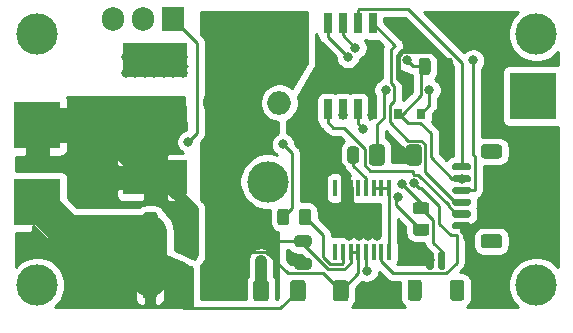
<source format=gbr>
%TF.GenerationSoftware,KiCad,Pcbnew,(5.1.9)-1*%
%TF.CreationDate,2021-04-21T23:55:58+08:00*%
%TF.ProjectId,xhp70-driver,78687037-302d-4647-9269-7665722e6b69,rev?*%
%TF.SameCoordinates,Original*%
%TF.FileFunction,Copper,L1,Top*%
%TF.FilePolarity,Positive*%
%FSLAX46Y46*%
G04 Gerber Fmt 4.6, Leading zero omitted, Abs format (unit mm)*
G04 Created by KiCad (PCBNEW (5.1.9)-1) date 2021-04-21 23:55:58*
%MOMM*%
%LPD*%
G01*
G04 APERTURE LIST*
%TA.AperFunction,SMDPad,CuDef*%
%ADD10R,4.000000X4.000000*%
%TD*%
%TA.AperFunction,SMDPad,CuDef*%
%ADD11R,0.800000X0.900000*%
%TD*%
%TA.AperFunction,ComponentPad*%
%ADD12C,3.500000*%
%TD*%
%TA.AperFunction,ComponentPad*%
%ADD13O,1.905000X2.000000*%
%TD*%
%TA.AperFunction,ComponentPad*%
%ADD14R,1.905000X2.000000*%
%TD*%
%TA.AperFunction,ComponentPad*%
%ADD15O,2.000000X2.000000*%
%TD*%
%TA.AperFunction,ComponentPad*%
%ADD16R,2.000000X2.000000*%
%TD*%
%TA.AperFunction,SMDPad,CuDef*%
%ADD17R,0.650000X1.700000*%
%TD*%
%TA.AperFunction,SMDPad,CuDef*%
%ADD18R,2.940000X2.720000*%
%TD*%
%TA.AperFunction,SMDPad,CuDef*%
%ADD19R,0.350000X1.400000*%
%TD*%
%TA.AperFunction,SMDPad,CuDef*%
%ADD20R,5.400000X2.900000*%
%TD*%
%TA.AperFunction,ViaPad*%
%ADD21C,0.800000*%
%TD*%
%TA.AperFunction,Conductor*%
%ADD22C,0.400000*%
%TD*%
%TA.AperFunction,Conductor*%
%ADD23C,0.250000*%
%TD*%
%TA.AperFunction,Conductor*%
%ADD24C,3.000000*%
%TD*%
%TA.AperFunction,Conductor*%
%ADD25C,2.500000*%
%TD*%
%TA.AperFunction,Conductor*%
%ADD26C,1.000000*%
%TD*%
%TA.AperFunction,Conductor*%
%ADD27C,0.254000*%
%TD*%
%TA.AperFunction,Conductor*%
%ADD28C,0.100000*%
%TD*%
G04 APERTURE END LIST*
D10*
%TO.P,D2,2*%
%TO.N,Net-(C3-Pad2)*%
X114499999Y-67500000D03*
%TO.P,D2,1*%
%TO.N,Net-(C3-Pad1)*%
X114499999Y-61000000D03*
%TD*%
D11*
%TO.P,U3,3*%
%TO.N,GND*%
X146000000Y-58000000D03*
%TO.P,U3,2*%
%TO.N,Batt+*%
X146950000Y-60000000D03*
%TO.P,U3,1*%
%TO.N,+5V*%
X145050000Y-60000000D03*
%TD*%
%TO.P,C8,2*%
%TO.N,GND*%
%TA.AperFunction,SMDPad,CuDef*%
G36*
G01*
X148700000Y-56475000D02*
X148700000Y-55525000D01*
G75*
G02*
X148950000Y-55275000I250000J0D01*
G01*
X149450000Y-55275000D01*
G75*
G02*
X149700000Y-55525000I0J-250000D01*
G01*
X149700000Y-56475000D01*
G75*
G02*
X149450000Y-56725000I-250000J0D01*
G01*
X148950000Y-56725000D01*
G75*
G02*
X148700000Y-56475000I0J250000D01*
G01*
G37*
%TD.AperFunction*%
%TO.P,C8,1*%
%TO.N,+5V*%
%TA.AperFunction,SMDPad,CuDef*%
G36*
G01*
X146800000Y-56475000D02*
X146800000Y-55525000D01*
G75*
G02*
X147050000Y-55275000I250000J0D01*
G01*
X147550000Y-55275000D01*
G75*
G02*
X147800000Y-55525000I0J-250000D01*
G01*
X147800000Y-56475000D01*
G75*
G02*
X147550000Y-56725000I-250000J0D01*
G01*
X147050000Y-56725000D01*
G75*
G02*
X146800000Y-56475000I0J250000D01*
G01*
G37*
%TD.AperFunction*%
%TD*%
D12*
%TO.P,H3,1*%
%TO.N,N/C*%
X156750000Y-74500000D03*
%TD*%
%TO.P,J2,MP*%
%TO.N,N/C*%
%TA.AperFunction,SMDPad,CuDef*%
G36*
G01*
X152299999Y-70200000D02*
X153600001Y-70200000D01*
G75*
G02*
X153850000Y-70449999I0J-249999D01*
G01*
X153850000Y-71150001D01*
G75*
G02*
X153600001Y-71400000I-249999J0D01*
G01*
X152299999Y-71400000D01*
G75*
G02*
X152050000Y-71150001I0J249999D01*
G01*
X152050000Y-70449999D01*
G75*
G02*
X152299999Y-70200000I249999J0D01*
G01*
G37*
%TD.AperFunction*%
%TA.AperFunction,SMDPad,CuDef*%
G36*
G01*
X152299999Y-62600000D02*
X153600001Y-62600000D01*
G75*
G02*
X153850000Y-62849999I0J-249999D01*
G01*
X153850000Y-63550001D01*
G75*
G02*
X153600001Y-63800000I-249999J0D01*
G01*
X152299999Y-63800000D01*
G75*
G02*
X152050000Y-63550001I0J249999D01*
G01*
X152050000Y-62849999D01*
G75*
G02*
X152299999Y-62600000I249999J0D01*
G01*
G37*
%TD.AperFunction*%
%TO.P,J2,6*%
%TO.N,GND*%
%TA.AperFunction,SMDPad,CuDef*%
G36*
G01*
X149800000Y-69200000D02*
X151050000Y-69200000D01*
G75*
G02*
X151200000Y-69350000I0J-150000D01*
G01*
X151200000Y-69650000D01*
G75*
G02*
X151050000Y-69800000I-150000J0D01*
G01*
X149800000Y-69800000D01*
G75*
G02*
X149650000Y-69650000I0J150000D01*
G01*
X149650000Y-69350000D01*
G75*
G02*
X149800000Y-69200000I150000J0D01*
G01*
G37*
%TD.AperFunction*%
%TO.P,J2,5*%
%TO.N,Net-(J2-Pad5)*%
%TA.AperFunction,SMDPad,CuDef*%
G36*
G01*
X149800000Y-68200000D02*
X151050000Y-68200000D01*
G75*
G02*
X151200000Y-68350000I0J-150000D01*
G01*
X151200000Y-68650000D01*
G75*
G02*
X151050000Y-68800000I-150000J0D01*
G01*
X149800000Y-68800000D01*
G75*
G02*
X149650000Y-68650000I0J150000D01*
G01*
X149650000Y-68350000D01*
G75*
G02*
X149800000Y-68200000I150000J0D01*
G01*
G37*
%TD.AperFunction*%
%TO.P,J2,4*%
%TO.N,EC_Int*%
%TA.AperFunction,SMDPad,CuDef*%
G36*
G01*
X149800000Y-67200000D02*
X151050000Y-67200000D01*
G75*
G02*
X151200000Y-67350000I0J-150000D01*
G01*
X151200000Y-67650000D01*
G75*
G02*
X151050000Y-67800000I-150000J0D01*
G01*
X149800000Y-67800000D01*
G75*
G02*
X149650000Y-67650000I0J150000D01*
G01*
X149650000Y-67350000D01*
G75*
G02*
X149800000Y-67200000I150000J0D01*
G01*
G37*
%TD.AperFunction*%
%TO.P,J2,3*%
%TO.N,EC_B*%
%TA.AperFunction,SMDPad,CuDef*%
G36*
G01*
X149800000Y-66200000D02*
X151050000Y-66200000D01*
G75*
G02*
X151200000Y-66350000I0J-150000D01*
G01*
X151200000Y-66650000D01*
G75*
G02*
X151050000Y-66800000I-150000J0D01*
G01*
X149800000Y-66800000D01*
G75*
G02*
X149650000Y-66650000I0J150000D01*
G01*
X149650000Y-66350000D01*
G75*
G02*
X149800000Y-66200000I150000J0D01*
G01*
G37*
%TD.AperFunction*%
%TO.P,J2,2*%
%TO.N,+5V*%
%TA.AperFunction,SMDPad,CuDef*%
G36*
G01*
X149800000Y-65200000D02*
X151050000Y-65200000D01*
G75*
G02*
X151200000Y-65350000I0J-150000D01*
G01*
X151200000Y-65650000D01*
G75*
G02*
X151050000Y-65800000I-150000J0D01*
G01*
X149800000Y-65800000D01*
G75*
G02*
X149650000Y-65650000I0J150000D01*
G01*
X149650000Y-65350000D01*
G75*
G02*
X149800000Y-65200000I150000J0D01*
G01*
G37*
%TD.AperFunction*%
%TO.P,J2,1*%
%TO.N,EC_A*%
%TA.AperFunction,SMDPad,CuDef*%
G36*
G01*
X149800000Y-64200000D02*
X151050000Y-64200000D01*
G75*
G02*
X151200000Y-64350000I0J-150000D01*
G01*
X151200000Y-64650000D01*
G75*
G02*
X151050000Y-64800000I-150000J0D01*
G01*
X149800000Y-64800000D01*
G75*
G02*
X149650000Y-64650000I0J150000D01*
G01*
X149650000Y-64350000D01*
G75*
G02*
X149800000Y-64200000I150000J0D01*
G01*
G37*
%TD.AperFunction*%
%TD*%
D13*
%TO.P,Q1,3*%
%TO.N,GND*%
X120920000Y-52000000D03*
%TO.P,Q1,2*%
%TO.N,Net-(D1-Pad2)*%
X123460000Y-52000000D03*
D14*
%TO.P,Q1,1*%
%TO.N,Net-(Q1-Pad1)*%
X126000000Y-52000000D03*
%TD*%
D15*
%TO.P,D1,2*%
%TO.N,Net-(D1-Pad2)*%
X135000000Y-59080000D03*
D16*
%TO.P,D1,1*%
%TO.N,Batt+*%
X135000000Y-54000000D03*
%TD*%
D17*
%TO.P,U2,8*%
%TO.N,+5V*%
X139095000Y-52350000D03*
%TO.P,U2,7*%
%TO.N,EC_B*%
X140365000Y-52350000D03*
%TO.P,U2,6*%
%TO.N,EC_A*%
X141635000Y-52350000D03*
%TO.P,U2,5*%
%TO.N,EC_Int*%
X142905000Y-52350000D03*
%TO.P,U2,4*%
%TO.N,GND*%
X142905000Y-59650000D03*
%TO.P,U2,3*%
%TO.N,PWM*%
X141635000Y-59650000D03*
%TO.P,U2,2*%
%TO.N,NTC*%
X140365000Y-59650000D03*
%TO.P,U2,1*%
%TO.N,Net-(J2-Pad5)*%
X139095000Y-59650000D03*
%TD*%
D18*
%TO.P,U1,17*%
%TO.N,GND*%
X142000000Y-69000000D03*
D19*
%TO.P,U1,8*%
%TO.N,Net-(U1-Pad8)*%
X139725000Y-66300000D03*
%TO.P,U1,9*%
%TO.N,Net-(U1-Pad9)*%
X139725000Y-71700000D03*
%TO.P,U1,7*%
%TO.N,GND*%
X140375000Y-66300000D03*
%TO.P,U1,10*%
%TO.N,Net-(R3-Pad2)*%
X140375000Y-71700000D03*
%TO.P,U1,6*%
%TO.N,GND*%
X141025000Y-66300000D03*
%TO.P,U1,11*%
%TO.N,Batt+*%
X141025000Y-71700000D03*
%TO.P,U1,5*%
%TO.N,Net-(U1-Pad5)*%
X141675000Y-66300000D03*
%TO.P,U1,12*%
%TO.N,Batt+*%
X141675000Y-71700000D03*
%TO.P,U1,4*%
%TO.N,Net-(C6-Pad1)*%
X142325000Y-66300000D03*
%TO.P,U1,13*%
%TO.N,Net-(C3-Pad2)*%
X142325000Y-71700000D03*
%TO.P,U1,3*%
%TO.N,Net-(U1-Pad1)*%
X142975000Y-66300000D03*
%TO.P,U1,14*%
%TO.N,Net-(U1-Pad14)*%
X142975000Y-71700000D03*
%TO.P,U1,2*%
%TO.N,Net-(U1-Pad1)*%
X143625000Y-66300000D03*
%TO.P,U1,15*%
%TO.N,PWM*%
X143625000Y-71700000D03*
%TO.P,U1,1*%
%TO.N,Net-(U1-Pad1)*%
X144275000Y-66300000D03*
%TO.P,U1,16*%
X144275000Y-71700000D03*
%TD*%
%TO.P,R5,MP*%
%TO.N,N/C*%
%TA.AperFunction,SMDPad,CuDef*%
G36*
G01*
X147050000Y-74299999D02*
X147050000Y-75600001D01*
G75*
G02*
X146800001Y-75850000I-249999J0D01*
G01*
X146099999Y-75850000D01*
G75*
G02*
X145850000Y-75600001I0J249999D01*
G01*
X145850000Y-74299999D01*
G75*
G02*
X146099999Y-74050000I249999J0D01*
G01*
X146800001Y-74050000D01*
G75*
G02*
X147050000Y-74299999I0J-249999D01*
G01*
G37*
%TD.AperFunction*%
%TA.AperFunction,SMDPad,CuDef*%
G36*
G01*
X150650000Y-74299999D02*
X150650000Y-75600001D01*
G75*
G02*
X150400001Y-75850000I-249999J0D01*
G01*
X149699999Y-75850000D01*
G75*
G02*
X149450000Y-75600001I0J249999D01*
G01*
X149450000Y-74299999D01*
G75*
G02*
X149699999Y-74050000I249999J0D01*
G01*
X150400001Y-74050000D01*
G75*
G02*
X150650000Y-74299999I0J-249999D01*
G01*
G37*
%TD.AperFunction*%
%TO.P,R5,2*%
%TO.N,GND*%
%TA.AperFunction,SMDPad,CuDef*%
G36*
G01*
X148050000Y-71800000D02*
X148050000Y-73050000D01*
G75*
G02*
X147900000Y-73200000I-150000J0D01*
G01*
X147600000Y-73200000D01*
G75*
G02*
X147450000Y-73050000I0J150000D01*
G01*
X147450000Y-71800000D01*
G75*
G02*
X147600000Y-71650000I150000J0D01*
G01*
X147900000Y-71650000D01*
G75*
G02*
X148050000Y-71800000I0J-150000D01*
G01*
G37*
%TD.AperFunction*%
%TO.P,R5,1*%
%TO.N,NTC*%
%TA.AperFunction,SMDPad,CuDef*%
G36*
G01*
X149050000Y-71800000D02*
X149050000Y-73050000D01*
G75*
G02*
X148900000Y-73200000I-150000J0D01*
G01*
X148600000Y-73200000D01*
G75*
G02*
X148450000Y-73050000I0J150000D01*
G01*
X148450000Y-71800000D01*
G75*
G02*
X148600000Y-71650000I150000J0D01*
G01*
X148900000Y-71650000D01*
G75*
G02*
X149050000Y-71800000I0J-150000D01*
G01*
G37*
%TD.AperFunction*%
%TD*%
%TO.P,R4,2*%
%TO.N,NTC*%
%TA.AperFunction,SMDPad,CuDef*%
G36*
G01*
X147450002Y-68512500D02*
X146549998Y-68512500D01*
G75*
G02*
X146300000Y-68262502I0J249998D01*
G01*
X146300000Y-67737498D01*
G75*
G02*
X146549998Y-67487500I249998J0D01*
G01*
X147450002Y-67487500D01*
G75*
G02*
X147700000Y-67737498I0J-249998D01*
G01*
X147700000Y-68262502D01*
G75*
G02*
X147450002Y-68512500I-249998J0D01*
G01*
G37*
%TD.AperFunction*%
%TO.P,R4,1*%
%TO.N,+5V*%
%TA.AperFunction,SMDPad,CuDef*%
G36*
G01*
X147450002Y-70337500D02*
X146549998Y-70337500D01*
G75*
G02*
X146300000Y-70087502I0J249998D01*
G01*
X146300000Y-69562498D01*
G75*
G02*
X146549998Y-69312500I249998J0D01*
G01*
X147450002Y-69312500D01*
G75*
G02*
X147700000Y-69562498I0J-249998D01*
G01*
X147700000Y-70087502D01*
G75*
G02*
X147450002Y-70337500I-249998J0D01*
G01*
G37*
%TD.AperFunction*%
%TD*%
%TO.P,R3,2*%
%TO.N,Net-(R3-Pad2)*%
%TA.AperFunction,SMDPad,CuDef*%
G36*
G01*
X136650000Y-69200002D02*
X136650000Y-68299998D01*
G75*
G02*
X136899998Y-68050000I249998J0D01*
G01*
X137425002Y-68050000D01*
G75*
G02*
X137675000Y-68299998I0J-249998D01*
G01*
X137675000Y-69200002D01*
G75*
G02*
X137425002Y-69450000I-249998J0D01*
G01*
X136899998Y-69450000D01*
G75*
G02*
X136650000Y-69200002I0J249998D01*
G01*
G37*
%TD.AperFunction*%
%TO.P,R3,1*%
%TO.N,Net-(Q1-Pad1)*%
%TA.AperFunction,SMDPad,CuDef*%
G36*
G01*
X134825000Y-69200002D02*
X134825000Y-68299998D01*
G75*
G02*
X135074998Y-68050000I249998J0D01*
G01*
X135600002Y-68050000D01*
G75*
G02*
X135850000Y-68299998I0J-249998D01*
G01*
X135850000Y-69200002D01*
G75*
G02*
X135600002Y-69450000I-249998J0D01*
G01*
X135074998Y-69450000D01*
G75*
G02*
X134825000Y-69200002I0J249998D01*
G01*
G37*
%TD.AperFunction*%
%TD*%
%TO.P,R2,2*%
%TO.N,Net-(C3-Pad2)*%
%TA.AperFunction,SMDPad,CuDef*%
G36*
G01*
X124687500Y-68574999D02*
X124687500Y-71425001D01*
G75*
G02*
X124437501Y-71675000I-249999J0D01*
G01*
X123712499Y-71675000D01*
G75*
G02*
X123462500Y-71425001I0J249999D01*
G01*
X123462500Y-68574999D01*
G75*
G02*
X123712499Y-68325000I249999J0D01*
G01*
X124437501Y-68325000D01*
G75*
G02*
X124687500Y-68574999I0J-249999D01*
G01*
G37*
%TD.AperFunction*%
%TO.P,R2,1*%
%TO.N,Batt+*%
%TA.AperFunction,SMDPad,CuDef*%
G36*
G01*
X130612500Y-68574999D02*
X130612500Y-71425001D01*
G75*
G02*
X130362501Y-71675000I-249999J0D01*
G01*
X129637499Y-71675000D01*
G75*
G02*
X129387500Y-71425001I0J249999D01*
G01*
X129387500Y-68574999D01*
G75*
G02*
X129637499Y-68325000I249999J0D01*
G01*
X130362501Y-68325000D01*
G75*
G02*
X130612500Y-68574999I0J-249999D01*
G01*
G37*
%TD.AperFunction*%
%TD*%
%TO.P,R1,2*%
%TO.N,Net-(C3-Pad2)*%
%TA.AperFunction,SMDPad,CuDef*%
G36*
G01*
X124650000Y-72574999D02*
X124650000Y-75425001D01*
G75*
G02*
X124400001Y-75675000I-249999J0D01*
G01*
X123674999Y-75675000D01*
G75*
G02*
X123425000Y-75425001I0J249999D01*
G01*
X123425000Y-72574999D01*
G75*
G02*
X123674999Y-72325000I249999J0D01*
G01*
X124400001Y-72325000D01*
G75*
G02*
X124650000Y-72574999I0J-249999D01*
G01*
G37*
%TD.AperFunction*%
%TO.P,R1,1*%
%TO.N,Batt+*%
%TA.AperFunction,SMDPad,CuDef*%
G36*
G01*
X130575000Y-72574999D02*
X130575000Y-75425001D01*
G75*
G02*
X130325001Y-75675000I-249999J0D01*
G01*
X129599999Y-75675000D01*
G75*
G02*
X129350000Y-75425001I0J249999D01*
G01*
X129350000Y-72574999D01*
G75*
G02*
X129599999Y-72325000I249999J0D01*
G01*
X130325001Y-72325000D01*
G75*
G02*
X130575000Y-72574999I0J-249999D01*
G01*
G37*
%TD.AperFunction*%
%TD*%
D20*
%TO.P,L1,2*%
%TO.N,Net-(D1-Pad2)*%
X124500000Y-55500000D03*
%TO.P,L1,1*%
%TO.N,Net-(C3-Pad1)*%
X124500000Y-65400000D03*
%TD*%
D10*
%TO.P,J1,2*%
%TO.N,GND*%
X156500000Y-65000000D03*
%TO.P,J1,1*%
%TO.N,Batt+*%
X156500000Y-58500000D03*
%TD*%
%TO.P,C6,2*%
%TO.N,GND*%
%TA.AperFunction,SMDPad,CuDef*%
G36*
G01*
X139850000Y-63025000D02*
X139850000Y-63975000D01*
G75*
G02*
X139600000Y-64225000I-250000J0D01*
G01*
X139100000Y-64225000D01*
G75*
G02*
X138850000Y-63975000I0J250000D01*
G01*
X138850000Y-63025000D01*
G75*
G02*
X139100000Y-62775000I250000J0D01*
G01*
X139600000Y-62775000D01*
G75*
G02*
X139850000Y-63025000I0J-250000D01*
G01*
G37*
%TD.AperFunction*%
%TO.P,C6,1*%
%TO.N,Net-(C6-Pad1)*%
%TA.AperFunction,SMDPad,CuDef*%
G36*
G01*
X141750000Y-63025000D02*
X141750000Y-63975000D01*
G75*
G02*
X141500000Y-64225000I-250000J0D01*
G01*
X141000000Y-64225000D01*
G75*
G02*
X140750000Y-63975000I0J250000D01*
G01*
X140750000Y-63025000D01*
G75*
G02*
X141000000Y-62775000I250000J0D01*
G01*
X141500000Y-62775000D01*
G75*
G02*
X141750000Y-63025000I0J-250000D01*
G01*
G37*
%TD.AperFunction*%
%TD*%
%TO.P,C5,2*%
%TO.N,GND*%
%TA.AperFunction,SMDPad,CuDef*%
G36*
G01*
X136525000Y-72200000D02*
X137475000Y-72200000D01*
G75*
G02*
X137725000Y-72450000I0J-250000D01*
G01*
X137725000Y-72950000D01*
G75*
G02*
X137475000Y-73200000I-250000J0D01*
G01*
X136525000Y-73200000D01*
G75*
G02*
X136275000Y-72950000I0J250000D01*
G01*
X136275000Y-72450000D01*
G75*
G02*
X136525000Y-72200000I250000J0D01*
G01*
G37*
%TD.AperFunction*%
%TO.P,C5,1*%
%TO.N,Batt+*%
%TA.AperFunction,SMDPad,CuDef*%
G36*
G01*
X136525000Y-70300000D02*
X137475000Y-70300000D01*
G75*
G02*
X137725000Y-70550000I0J-250000D01*
G01*
X137725000Y-71050000D01*
G75*
G02*
X137475000Y-71300000I-250000J0D01*
G01*
X136525000Y-71300000D01*
G75*
G02*
X136275000Y-71050000I0J250000D01*
G01*
X136275000Y-70550000D01*
G75*
G02*
X136525000Y-70300000I250000J0D01*
G01*
G37*
%TD.AperFunction*%
%TD*%
%TO.P,C4,2*%
%TO.N,GND*%
%TA.AperFunction,SMDPad,CuDef*%
G36*
G01*
X145712500Y-64150003D02*
X145712500Y-62849997D01*
G75*
G02*
X145962497Y-62600000I249997J0D01*
G01*
X146787503Y-62600000D01*
G75*
G02*
X147037500Y-62849997I0J-249997D01*
G01*
X147037500Y-64150003D01*
G75*
G02*
X146787503Y-64400000I-249997J0D01*
G01*
X145962497Y-64400000D01*
G75*
G02*
X145712500Y-64150003I0J249997D01*
G01*
G37*
%TD.AperFunction*%
%TO.P,C4,1*%
%TO.N,Batt+*%
%TA.AperFunction,SMDPad,CuDef*%
G36*
G01*
X142587500Y-64150003D02*
X142587500Y-62849997D01*
G75*
G02*
X142837497Y-62600000I249997J0D01*
G01*
X143662503Y-62600000D01*
G75*
G02*
X143912500Y-62849997I0J-249997D01*
G01*
X143912500Y-64150003D01*
G75*
G02*
X143662503Y-64400000I-249997J0D01*
G01*
X142837497Y-64400000D01*
G75*
G02*
X142587500Y-64150003I0J249997D01*
G01*
G37*
%TD.AperFunction*%
%TD*%
%TO.P,C3,2*%
%TO.N,Net-(C3-Pad2)*%
%TA.AperFunction,SMDPad,CuDef*%
G36*
G01*
X135900000Y-75650003D02*
X135900000Y-74349997D01*
G75*
G02*
X136149997Y-74100000I249997J0D01*
G01*
X136975003Y-74100000D01*
G75*
G02*
X137225000Y-74349997I0J-249997D01*
G01*
X137225000Y-75650003D01*
G75*
G02*
X136975003Y-75900000I-249997J0D01*
G01*
X136149997Y-75900000D01*
G75*
G02*
X135900000Y-75650003I0J249997D01*
G01*
G37*
%TD.AperFunction*%
%TO.P,C3,1*%
%TO.N,Net-(C3-Pad1)*%
%TA.AperFunction,SMDPad,CuDef*%
G36*
G01*
X132775000Y-75650003D02*
X132775000Y-74349997D01*
G75*
G02*
X133024997Y-74100000I249997J0D01*
G01*
X133850003Y-74100000D01*
G75*
G02*
X134100000Y-74349997I0J-249997D01*
G01*
X134100000Y-75650003D01*
G75*
G02*
X133850003Y-75900000I-249997J0D01*
G01*
X133024997Y-75900000D01*
G75*
G02*
X132775000Y-75650003I0J249997D01*
G01*
G37*
%TD.AperFunction*%
%TD*%
%TO.P,C2,2*%
%TO.N,GND*%
%TA.AperFunction,SMDPad,CuDef*%
G36*
G01*
X142650000Y-75650003D02*
X142650000Y-74349997D01*
G75*
G02*
X142899997Y-74100000I249997J0D01*
G01*
X143725003Y-74100000D01*
G75*
G02*
X143975000Y-74349997I0J-249997D01*
G01*
X143975000Y-75650003D01*
G75*
G02*
X143725003Y-75900000I-249997J0D01*
G01*
X142899997Y-75900000D01*
G75*
G02*
X142650000Y-75650003I0J249997D01*
G01*
G37*
%TD.AperFunction*%
%TO.P,C2,1*%
%TO.N,Batt+*%
%TA.AperFunction,SMDPad,CuDef*%
G36*
G01*
X139525000Y-75650003D02*
X139525000Y-74349997D01*
G75*
G02*
X139774997Y-74100000I249997J0D01*
G01*
X140600003Y-74100000D01*
G75*
G02*
X140850000Y-74349997I0J-249997D01*
G01*
X140850000Y-75650003D01*
G75*
G02*
X140600003Y-75900000I-249997J0D01*
G01*
X139774997Y-75900000D01*
G75*
G02*
X139525000Y-75650003I0J249997D01*
G01*
G37*
%TD.AperFunction*%
%TD*%
D12*
%TO.P,H1,1*%
%TO.N,N/C*%
X114500000Y-53250000D03*
%TD*%
%TO.P,H5,1*%
%TO.N,N/C*%
X134000000Y-65750000D03*
%TD*%
%TO.P,H4,1*%
%TO.N,N/C*%
X156750000Y-53250000D03*
%TD*%
%TO.P,H2,1*%
%TO.N,N/C*%
X114500000Y-74500000D03*
%TD*%
D21*
%TO.N,Net-(D1-Pad2)*%
X122000000Y-55200000D03*
X122800000Y-55200000D03*
X123600000Y-55200000D03*
X124400000Y-55200000D03*
X125200000Y-55200000D03*
X126000000Y-55200000D03*
X126800000Y-55200000D03*
X126400000Y-54500000D03*
X125600000Y-54500000D03*
X124800000Y-54500000D03*
X124000000Y-54500000D03*
X123200000Y-54500000D03*
X122400000Y-54500000D03*
%TO.N,GND*%
X137000000Y-72700000D03*
X158000000Y-63500000D03*
X157000000Y-63500000D03*
X156000000Y-63500000D03*
X155000000Y-63500000D03*
X155000000Y-64500000D03*
X156000000Y-64500000D03*
X157000000Y-64500000D03*
X158000000Y-64500000D03*
X156000000Y-66500000D03*
X157000000Y-66500000D03*
X158000000Y-66500000D03*
X155000000Y-66500000D03*
X155000000Y-65500000D03*
X156000000Y-65500000D03*
X158000000Y-65500000D03*
X157000000Y-65500000D03*
X147750000Y-72425000D03*
X140900000Y-68000000D03*
X141700000Y-68000000D03*
X142500000Y-68000000D03*
X143300000Y-68000000D03*
X140900000Y-68800000D03*
X141700000Y-68800000D03*
X142500000Y-68800000D03*
X143300000Y-68800000D03*
X143300000Y-69600000D03*
X142500000Y-69600000D03*
X141700000Y-69600000D03*
X140900000Y-69600000D03*
X140900000Y-70400000D03*
X141700000Y-70400000D03*
X142500000Y-70400000D03*
X143300000Y-70400000D03*
X139350000Y-63500000D03*
X142838803Y-60100000D03*
X146375000Y-63500000D03*
X151000000Y-70500000D03*
X143312500Y-75000000D03*
X148650000Y-60600000D03*
%TO.N,Net-(C3-Pad2)*%
X125100000Y-73600000D03*
X142400000Y-73300000D03*
X136562500Y-75000000D03*
X136562500Y-75000000D03*
%TO.N,Net-(Q1-Pad1)*%
X127300000Y-62400000D03*
%TO.N,Net-(D1-Pad2)*%
X125200000Y-56600000D03*
X124400000Y-56600000D03*
X122800000Y-56600000D03*
X123600000Y-56600000D03*
X123200000Y-55900000D03*
X124000000Y-55900000D03*
X125600000Y-55900000D03*
X124800000Y-55900000D03*
X126400000Y-55900000D03*
X126800000Y-56600000D03*
X126000000Y-56600000D03*
X122400000Y-55900000D03*
X122000000Y-56600000D03*
%TO.N,Net-(Q1-Pad1)*%
X135300000Y-62600000D03*
%TO.N,Batt+*%
X158000000Y-59000000D03*
X158000000Y-60000000D03*
X157000000Y-60000000D03*
X157000000Y-59000000D03*
X156000000Y-59000000D03*
X156000000Y-60000000D03*
X155000000Y-60000000D03*
X155000000Y-59000000D03*
X155000000Y-58000000D03*
X156000000Y-58000000D03*
X157000000Y-58000000D03*
X158000000Y-58000000D03*
X158000000Y-57000000D03*
X157000000Y-57000000D03*
X156000000Y-57000000D03*
X155000000Y-57000000D03*
X144000000Y-58000000D03*
X140193750Y-74993750D03*
X147700000Y-58000000D03*
%TO.N,PWM*%
X142100000Y-61300000D03*
X146387347Y-65912653D03*
%TO.N,Net-(C3-Pad1)*%
X133500000Y-72400000D03*
X127700000Y-71900000D03*
%TO.N,+5V*%
X145800000Y-55500000D03*
X140800000Y-55200000D03*
X145068094Y-67100001D03*
X150425000Y-65500000D03*
%TO.N,NTC*%
X145388060Y-65950451D03*
X140365000Y-60100000D03*
%TO.N,EC_B*%
X141440186Y-54431777D03*
X151400000Y-55500000D03*
%TD*%
D22*
%TO.N,GND*%
X141025000Y-68025000D02*
X141150000Y-68150000D01*
X141025000Y-66300000D02*
X141025000Y-68025000D01*
X140375000Y-67375000D02*
X142000000Y-69000000D01*
X140375000Y-66300000D02*
X140375000Y-67375000D01*
X140375000Y-64525000D02*
X139350000Y-63500000D01*
X140375000Y-66300000D02*
X140375000Y-64525000D01*
X141150000Y-68150000D02*
X142000000Y-69000000D01*
X150425000Y-69925000D02*
X151000000Y-70500000D01*
X150425000Y-69500000D02*
X150425000Y-69925000D01*
X149200000Y-60050000D02*
X148650000Y-60600000D01*
X149200000Y-56000000D02*
X149200000Y-60050000D01*
X145415999Y-54699999D02*
X147899999Y-54699999D01*
X144999999Y-55115999D02*
X145415999Y-54699999D01*
X144999999Y-56999999D02*
X144999999Y-55115999D01*
X146000000Y-58000000D02*
X144999999Y-56999999D01*
X147899999Y-54699999D02*
X149200000Y-56000000D01*
D23*
%TO.N,Net-(C3-Pad2)*%
X142325000Y-73225000D02*
X142400000Y-73300000D01*
X142325000Y-71700000D02*
X142325000Y-73225000D01*
X135087499Y-76475001D02*
X136562500Y-75000000D01*
X126875001Y-76475001D02*
X135087499Y-76475001D01*
D24*
X114499999Y-67500000D02*
X116999999Y-70000000D01*
X116999999Y-70000000D02*
X124000000Y-70000000D01*
X124000000Y-70000000D02*
X124000000Y-74000000D01*
D23*
X126875001Y-75375001D02*
X125100000Y-73600000D01*
X126875001Y-76475001D02*
X126875001Y-75375001D01*
%TO.N,Net-(Q1-Pad1)*%
X128025001Y-61674999D02*
X127300000Y-62400000D01*
X128025001Y-56822501D02*
X128025001Y-61674999D01*
%TO.N,Net-(D1-Pad2)*%
X126000000Y-56000000D02*
X127202500Y-56000000D01*
%TO.N,Net-(Q1-Pad1)*%
X136075001Y-68012499D02*
X135337500Y-68750000D01*
X136075001Y-63375001D02*
X136075001Y-68012499D01*
X135300000Y-62600000D02*
X136075001Y-63375001D01*
X128025001Y-56822501D02*
X128025001Y-54025001D01*
X128025001Y-54025001D02*
X126000000Y-52000000D01*
%TO.N,Net-(R3-Pad2)*%
X137162500Y-68750000D02*
X138700000Y-70287500D01*
X140375000Y-72650000D02*
X140375000Y-71700000D01*
X139289999Y-72725001D02*
X140299999Y-72725001D01*
X140299999Y-72725001D02*
X140375000Y-72650000D01*
X138700000Y-72135002D02*
X139289999Y-72725001D01*
X138700000Y-70287500D02*
X138700000Y-72135002D01*
D25*
%TO.N,Batt+*%
X129962500Y-59037500D02*
X129962500Y-73787500D01*
D24*
X135000000Y-54000000D02*
X129962500Y-59037500D01*
D23*
X137000000Y-71071412D02*
X137000000Y-70800000D01*
X139103598Y-73175010D02*
X137000000Y-71071412D01*
X140499989Y-73175011D02*
X139103598Y-73175010D01*
X141025000Y-72650000D02*
X140499989Y-73175011D01*
X141025000Y-71700000D02*
X141025000Y-72650000D01*
X133200000Y-70800000D02*
X131250000Y-72750000D01*
X137000000Y-70800000D02*
X133200000Y-70800000D01*
X141025000Y-71700000D02*
X141675000Y-71700000D01*
X141675000Y-73512500D02*
X141675000Y-71700000D01*
X140187500Y-75000000D02*
X140193750Y-74993750D01*
X132325001Y-71674999D02*
X131250000Y-72750000D01*
X133848001Y-71674999D02*
X132325001Y-71674999D01*
X135698012Y-73525010D02*
X133848001Y-71674999D01*
X138712510Y-73525010D02*
X135698012Y-73525010D01*
X140187500Y-75000000D02*
X138712510Y-73525010D01*
X140193750Y-74993750D02*
X141675000Y-73512500D01*
X147700000Y-59250000D02*
X147700000Y-58000000D01*
X146950000Y-60000000D02*
X147700000Y-59250000D01*
X143874989Y-58125011D02*
X144000000Y-58000000D01*
X143874989Y-60325011D02*
X143874989Y-58125011D01*
X143250000Y-60950000D02*
X143874989Y-60325011D01*
X143250000Y-63500000D02*
X143250000Y-60950000D01*
%TO.N,Net-(J2-Pad5)*%
X142699299Y-64824989D02*
X146324989Y-64824989D01*
X150000000Y-68500000D02*
X150675000Y-68500000D01*
X142262490Y-62974300D02*
X142262490Y-64388180D01*
X140483190Y-61195000D02*
X142262490Y-62974300D01*
X139540000Y-61195000D02*
X140483190Y-61195000D01*
X142262490Y-64388180D02*
X142699299Y-64824989D01*
X139095000Y-60750000D02*
X139540000Y-61195000D01*
X139095000Y-59650000D02*
X139095000Y-60750000D01*
X149978232Y-68500000D02*
X150425000Y-68500000D01*
X149324990Y-67846758D02*
X149978232Y-68500000D01*
X146735348Y-65187652D02*
X149324990Y-67777294D01*
X146437652Y-65187652D02*
X146735348Y-65187652D01*
X149324990Y-67777294D02*
X149324990Y-67846758D01*
X146324989Y-65074989D02*
X146437652Y-65187652D01*
X146324989Y-64824989D02*
X146324989Y-65074989D01*
%TO.N,PWM*%
X141635000Y-60835000D02*
X142100000Y-61300000D01*
X141635000Y-59650000D02*
X141635000Y-60835000D01*
X146787346Y-66312652D02*
X147012652Y-66312652D01*
X146387347Y-65912653D02*
X146787346Y-66312652D01*
X148515297Y-67815297D02*
X148515297Y-69309317D01*
X148515297Y-69309317D02*
X149505980Y-70300000D01*
X147012652Y-66312652D02*
X148515297Y-67815297D01*
X149505980Y-70300000D02*
X150000000Y-70300000D01*
X143625000Y-72510002D02*
X143625000Y-71700000D01*
X144640008Y-73525010D02*
X143625000Y-72510002D01*
X149096758Y-73525010D02*
X144640008Y-73525010D01*
X150000000Y-72621768D02*
X149096758Y-73525010D01*
X150000000Y-70300000D02*
X150000000Y-72621768D01*
%TO.N,Net-(C3-Pad1)*%
X133437500Y-72462500D02*
X133500000Y-72400000D01*
D26*
X133437500Y-75000000D02*
X133437500Y-72462500D01*
D24*
X114499999Y-61000000D02*
X120500000Y-61000000D01*
X120500000Y-61000000D02*
X125000000Y-65500000D01*
D26*
X127700000Y-71900000D02*
X127700000Y-68200000D01*
X127700000Y-68200000D02*
X125000000Y-65500000D01*
D23*
%TO.N,Net-(C6-Pad1)*%
X141250000Y-64414998D02*
X142325000Y-65489998D01*
X142325000Y-65489998D02*
X142325000Y-66300000D01*
X141250000Y-63500000D02*
X141250000Y-64414998D01*
D22*
%TO.N,+5V*%
X145050000Y-60099999D02*
X145050001Y-60100000D01*
X145050000Y-60000000D02*
X145050000Y-60099999D01*
D23*
X150675000Y-65500000D02*
X149900000Y-65500000D01*
X146000000Y-55700000D02*
X145800000Y-55500000D01*
X139095000Y-53495000D02*
X139095000Y-52350000D01*
X140800000Y-55200000D02*
X139095000Y-53495000D01*
X146300000Y-56000000D02*
X145800000Y-55500000D01*
X147300000Y-56000000D02*
X146300000Y-56000000D01*
X147000000Y-69825000D02*
X144900000Y-67725000D01*
X144900000Y-67268095D02*
X145068094Y-67100001D01*
X144900000Y-67725000D02*
X144900000Y-67268095D01*
X149650000Y-65500000D02*
X147812520Y-63662520D01*
X150425000Y-65500000D02*
X149650000Y-65500000D01*
X146926409Y-60775001D02*
X145875001Y-60775001D01*
X147812520Y-61661112D02*
X146926409Y-60775001D01*
X147812520Y-63662520D02*
X147812520Y-61661112D01*
X145875001Y-60775001D02*
X145100000Y-60000000D01*
X146974999Y-58460003D02*
X146974999Y-56425001D01*
X145435002Y-60000000D02*
X146974999Y-58460003D01*
X145050000Y-60000000D02*
X145435002Y-60000000D01*
X146974999Y-56425001D02*
X147300000Y-56100000D01*
%TO.N,NTC*%
X147000000Y-68000000D02*
X147000000Y-67564998D01*
X148750000Y-71650000D02*
X148750000Y-72425000D01*
X148025010Y-70925010D02*
X148750000Y-71650000D01*
X148025010Y-69025010D02*
X148025010Y-70925010D01*
X147000000Y-68000000D02*
X148025010Y-69025010D01*
X147000000Y-67562391D02*
X145388060Y-65950451D01*
X147000000Y-68000000D02*
X147000000Y-67562391D01*
%TO.N,Net-(U1-Pad1)*%
X144275000Y-66300000D02*
X143625000Y-66300000D01*
X144275000Y-66300000D02*
X144275000Y-71700000D01*
X142975000Y-66300000D02*
X143625000Y-66300000D01*
%TO.N,EC_Int*%
X144800000Y-54245000D02*
X142905000Y-52350000D01*
X149900000Y-67500000D02*
X147362510Y-64962510D01*
X150675000Y-67500000D02*
X149900000Y-67500000D01*
X147362510Y-62611820D02*
X147362510Y-64962510D01*
X147025680Y-62274990D02*
X147362510Y-62611820D01*
X145889988Y-62274990D02*
X147025680Y-62274990D01*
X144324999Y-60710001D02*
X145889988Y-62274990D01*
X144324999Y-59289999D02*
X144324999Y-60710001D01*
X144725001Y-58889997D02*
X144324999Y-59289999D01*
X144725001Y-57651999D02*
X144725001Y-58889997D01*
X144474989Y-57401987D02*
X144725001Y-57651999D01*
X144474989Y-54570011D02*
X144474989Y-57401987D01*
X144800000Y-54245000D02*
X144474989Y-54570011D01*
%TO.N,EC_B*%
X140365000Y-53356591D02*
X141440186Y-54431777D01*
X140365000Y-52350000D02*
X140365000Y-53356591D01*
X150425000Y-66500000D02*
X151200000Y-66500000D01*
X151500000Y-66500000D02*
X150425000Y-66500000D01*
X151525010Y-66474990D02*
X151500000Y-66500000D01*
X151525010Y-63588200D02*
X151525010Y-66474990D01*
X151400000Y-63463190D02*
X151525010Y-63588200D01*
X151400000Y-55500000D02*
X151400000Y-63463190D01*
%TO.N,EC_A*%
X150425000Y-55686810D02*
X150425000Y-64500000D01*
X145913189Y-51174999D02*
X150425000Y-55686810D01*
X141635000Y-51250000D02*
X141710001Y-51174999D01*
X141710001Y-51174999D02*
X145913189Y-51174999D01*
X141635000Y-52350000D02*
X141635000Y-51250000D01*
%TD*%
D27*
%TO.N,Batt+*%
X137373000Y-55715416D02*
X136104354Y-57872115D01*
X136042252Y-57810013D01*
X135774463Y-57631082D01*
X135476912Y-57507832D01*
X135161033Y-57445000D01*
X134838967Y-57445000D01*
X134523088Y-57507832D01*
X134225537Y-57631082D01*
X133957748Y-57810013D01*
X133730013Y-58037748D01*
X133551082Y-58305537D01*
X133427832Y-58603088D01*
X133365000Y-58918967D01*
X133365000Y-59241033D01*
X133427832Y-59556912D01*
X133551082Y-59854463D01*
X133730013Y-60122252D01*
X133957748Y-60349987D01*
X134225537Y-60528918D01*
X134523088Y-60652168D01*
X134838967Y-60715000D01*
X134873000Y-60715000D01*
X134873000Y-61656593D01*
X134809744Y-61682795D01*
X134640226Y-61796063D01*
X134496063Y-61940226D01*
X134382795Y-62109744D01*
X134304774Y-62298102D01*
X134265000Y-62498061D01*
X134265000Y-62701939D01*
X134304774Y-62901898D01*
X134382795Y-63090256D01*
X134496063Y-63259774D01*
X134640226Y-63403937D01*
X134757359Y-63482203D01*
X134695679Y-63456654D01*
X134234902Y-63365000D01*
X133765098Y-63365000D01*
X133304321Y-63456654D01*
X132870279Y-63636440D01*
X132479651Y-63897450D01*
X132147450Y-64229651D01*
X131886440Y-64620279D01*
X131706654Y-65054321D01*
X131615000Y-65515098D01*
X131615000Y-65984902D01*
X131706654Y-66445679D01*
X131886440Y-66879721D01*
X132147450Y-67270349D01*
X132479651Y-67602550D01*
X132870279Y-67863560D01*
X133304321Y-68043346D01*
X133765098Y-68135000D01*
X134203179Y-68135000D01*
X134186928Y-68299998D01*
X134186928Y-69200002D01*
X134203992Y-69373256D01*
X134254528Y-69539852D01*
X134336595Y-69693387D01*
X134447038Y-69827962D01*
X134581613Y-69938405D01*
X134735148Y-70020472D01*
X134873000Y-70062289D01*
X134873000Y-75614699D01*
X134772698Y-75715001D01*
X134731670Y-75715001D01*
X134738072Y-75650003D01*
X134738072Y-74349997D01*
X134721008Y-74176743D01*
X134670472Y-74010148D01*
X134588405Y-73856612D01*
X134572500Y-73837232D01*
X134572500Y-72406748D01*
X134556077Y-72240001D01*
X134491176Y-72026053D01*
X134385784Y-71828877D01*
X134243949Y-71656051D01*
X134071123Y-71514216D01*
X133873947Y-71408824D01*
X133659999Y-71343923D01*
X133437500Y-71322009D01*
X133215002Y-71343923D01*
X133001054Y-71408824D01*
X132803878Y-71514216D01*
X132631052Y-71656051D01*
X132489217Y-71828877D01*
X132383825Y-72026053D01*
X132318924Y-72240001D01*
X132302501Y-72406748D01*
X132302500Y-73837231D01*
X132286595Y-73856612D01*
X132204528Y-74010148D01*
X132153992Y-74176743D01*
X132136928Y-74349997D01*
X132136928Y-75650003D01*
X132143330Y-75715001D01*
X128377000Y-75715001D01*
X128377000Y-72812685D01*
X128506449Y-72706449D01*
X128648284Y-72533623D01*
X128753676Y-72336447D01*
X128818577Y-72122499D01*
X128835000Y-71955752D01*
X128835000Y-68255752D01*
X128840491Y-68200000D01*
X128818577Y-67977501D01*
X128753676Y-67763553D01*
X128648284Y-67566377D01*
X128541989Y-67436856D01*
X128541987Y-67436854D01*
X128506449Y-67393551D01*
X128463146Y-67358013D01*
X128377000Y-67271867D01*
X128377000Y-62397802D01*
X128536003Y-62238798D01*
X128565002Y-62215000D01*
X128659975Y-62099275D01*
X128730547Y-61967246D01*
X128774004Y-61823985D01*
X128785001Y-61712332D01*
X128785001Y-61712323D01*
X128788677Y-61675000D01*
X128785001Y-61637677D01*
X128785001Y-54062324D01*
X128788677Y-54025001D01*
X128785001Y-53987678D01*
X128785001Y-53987668D01*
X128774004Y-53876015D01*
X128730547Y-53732754D01*
X128659975Y-53600724D01*
X128588800Y-53513998D01*
X128565002Y-53485000D01*
X128536004Y-53461202D01*
X128377000Y-53302198D01*
X128377000Y-51410000D01*
X137373000Y-51410000D01*
X137373000Y-55715416D01*
%TA.AperFunction,Conductor*%
D28*
G36*
X137373000Y-55715416D02*
G01*
X136104354Y-57872115D01*
X136042252Y-57810013D01*
X135774463Y-57631082D01*
X135476912Y-57507832D01*
X135161033Y-57445000D01*
X134838967Y-57445000D01*
X134523088Y-57507832D01*
X134225537Y-57631082D01*
X133957748Y-57810013D01*
X133730013Y-58037748D01*
X133551082Y-58305537D01*
X133427832Y-58603088D01*
X133365000Y-58918967D01*
X133365000Y-59241033D01*
X133427832Y-59556912D01*
X133551082Y-59854463D01*
X133730013Y-60122252D01*
X133957748Y-60349987D01*
X134225537Y-60528918D01*
X134523088Y-60652168D01*
X134838967Y-60715000D01*
X134873000Y-60715000D01*
X134873000Y-61656593D01*
X134809744Y-61682795D01*
X134640226Y-61796063D01*
X134496063Y-61940226D01*
X134382795Y-62109744D01*
X134304774Y-62298102D01*
X134265000Y-62498061D01*
X134265000Y-62701939D01*
X134304774Y-62901898D01*
X134382795Y-63090256D01*
X134496063Y-63259774D01*
X134640226Y-63403937D01*
X134757359Y-63482203D01*
X134695679Y-63456654D01*
X134234902Y-63365000D01*
X133765098Y-63365000D01*
X133304321Y-63456654D01*
X132870279Y-63636440D01*
X132479651Y-63897450D01*
X132147450Y-64229651D01*
X131886440Y-64620279D01*
X131706654Y-65054321D01*
X131615000Y-65515098D01*
X131615000Y-65984902D01*
X131706654Y-66445679D01*
X131886440Y-66879721D01*
X132147450Y-67270349D01*
X132479651Y-67602550D01*
X132870279Y-67863560D01*
X133304321Y-68043346D01*
X133765098Y-68135000D01*
X134203179Y-68135000D01*
X134186928Y-68299998D01*
X134186928Y-69200002D01*
X134203992Y-69373256D01*
X134254528Y-69539852D01*
X134336595Y-69693387D01*
X134447038Y-69827962D01*
X134581613Y-69938405D01*
X134735148Y-70020472D01*
X134873000Y-70062289D01*
X134873000Y-75614699D01*
X134772698Y-75715001D01*
X134731670Y-75715001D01*
X134738072Y-75650003D01*
X134738072Y-74349997D01*
X134721008Y-74176743D01*
X134670472Y-74010148D01*
X134588405Y-73856612D01*
X134572500Y-73837232D01*
X134572500Y-72406748D01*
X134556077Y-72240001D01*
X134491176Y-72026053D01*
X134385784Y-71828877D01*
X134243949Y-71656051D01*
X134071123Y-71514216D01*
X133873947Y-71408824D01*
X133659999Y-71343923D01*
X133437500Y-71322009D01*
X133215002Y-71343923D01*
X133001054Y-71408824D01*
X132803878Y-71514216D01*
X132631052Y-71656051D01*
X132489217Y-71828877D01*
X132383825Y-72026053D01*
X132318924Y-72240001D01*
X132302501Y-72406748D01*
X132302500Y-73837231D01*
X132286595Y-73856612D01*
X132204528Y-74010148D01*
X132153992Y-74176743D01*
X132136928Y-74349997D01*
X132136928Y-75650003D01*
X132143330Y-75715001D01*
X128377000Y-75715001D01*
X128377000Y-72812685D01*
X128506449Y-72706449D01*
X128648284Y-72533623D01*
X128753676Y-72336447D01*
X128818577Y-72122499D01*
X128835000Y-71955752D01*
X128835000Y-68255752D01*
X128840491Y-68200000D01*
X128818577Y-67977501D01*
X128753676Y-67763553D01*
X128648284Y-67566377D01*
X128541989Y-67436856D01*
X128541987Y-67436854D01*
X128506449Y-67393551D01*
X128463146Y-67358013D01*
X128377000Y-67271867D01*
X128377000Y-62397802D01*
X128536003Y-62238798D01*
X128565002Y-62215000D01*
X128659975Y-62099275D01*
X128730547Y-61967246D01*
X128774004Y-61823985D01*
X128785001Y-61712332D01*
X128785001Y-61712323D01*
X128788677Y-61675000D01*
X128785001Y-61637677D01*
X128785001Y-54062324D01*
X128788677Y-54025001D01*
X128785001Y-53987678D01*
X128785001Y-53987668D01*
X128774004Y-53876015D01*
X128730547Y-53732754D01*
X128659975Y-53600724D01*
X128588800Y-53513998D01*
X128565002Y-53485000D01*
X128536004Y-53461202D01*
X128377000Y-53302198D01*
X128377000Y-51410000D01*
X137373000Y-51410000D01*
X137373000Y-55715416D01*
G37*
%TD.AperFunction*%
%TD*%
D27*
%TO.N,GND*%
X144076208Y-74036012D02*
X144100007Y-74065011D01*
X144129005Y-74088809D01*
X144215731Y-74159984D01*
X144283230Y-74196063D01*
X144347761Y-74230556D01*
X144491022Y-74274013D01*
X144602675Y-74285010D01*
X144602684Y-74285010D01*
X144640007Y-74288686D01*
X144677330Y-74285010D01*
X145213404Y-74285010D01*
X145211928Y-74299999D01*
X145211928Y-75600001D01*
X145228992Y-75773255D01*
X145279528Y-75939851D01*
X145361595Y-76093387D01*
X145472038Y-76227962D01*
X145606613Y-76338405D01*
X145609596Y-76340000D01*
X141152370Y-76340000D01*
X141227963Y-76277963D01*
X141338405Y-76143388D01*
X141420472Y-75989852D01*
X141471008Y-75823257D01*
X141488072Y-75650003D01*
X141488072Y-74774230D01*
X142005453Y-74256849D01*
X142098102Y-74295226D01*
X142298061Y-74335000D01*
X142501939Y-74335000D01*
X142701898Y-74295226D01*
X142890256Y-74217205D01*
X143059774Y-74103937D01*
X143203937Y-73959774D01*
X143317205Y-73790256D01*
X143395226Y-73601898D01*
X143435000Y-73401939D01*
X143435000Y-73394803D01*
X144076208Y-74036012D01*
%TA.AperFunction,Conductor*%
D28*
G36*
X144076208Y-74036012D02*
G01*
X144100007Y-74065011D01*
X144129005Y-74088809D01*
X144215731Y-74159984D01*
X144283230Y-74196063D01*
X144347761Y-74230556D01*
X144491022Y-74274013D01*
X144602675Y-74285010D01*
X144602684Y-74285010D01*
X144640007Y-74288686D01*
X144677330Y-74285010D01*
X145213404Y-74285010D01*
X145211928Y-74299999D01*
X145211928Y-75600001D01*
X145228992Y-75773255D01*
X145279528Y-75939851D01*
X145361595Y-76093387D01*
X145472038Y-76227962D01*
X145606613Y-76338405D01*
X145609596Y-76340000D01*
X141152370Y-76340000D01*
X141227963Y-76277963D01*
X141338405Y-76143388D01*
X141420472Y-75989852D01*
X141471008Y-75823257D01*
X141488072Y-75650003D01*
X141488072Y-74774230D01*
X142005453Y-74256849D01*
X142098102Y-74295226D01*
X142298061Y-74335000D01*
X142501939Y-74335000D01*
X142701898Y-74295226D01*
X142890256Y-74217205D01*
X143059774Y-74103937D01*
X143203937Y-73959774D01*
X143317205Y-73790256D01*
X143395226Y-73601898D01*
X143435000Y-73401939D01*
X143435000Y-73394803D01*
X144076208Y-74036012D01*
G37*
%TD.AperFunction*%
D27*
X154897450Y-51729651D02*
X154636440Y-52120279D01*
X154456654Y-52554321D01*
X154365000Y-53015098D01*
X154365000Y-53484902D01*
X154456654Y-53945679D01*
X154636440Y-54379721D01*
X154897450Y-54770349D01*
X155229651Y-55102550D01*
X155620279Y-55363560D01*
X156054321Y-55543346D01*
X156515098Y-55635000D01*
X156984902Y-55635000D01*
X157445679Y-55543346D01*
X157879721Y-55363560D01*
X158270349Y-55102550D01*
X158590900Y-54781999D01*
X158591539Y-55870943D01*
X158500000Y-55861928D01*
X154500000Y-55861928D01*
X154375518Y-55874188D01*
X154255820Y-55910498D01*
X154145506Y-55969463D01*
X154048815Y-56048815D01*
X153969463Y-56145506D01*
X153910498Y-56255820D01*
X153874188Y-56375518D01*
X153861928Y-56500000D01*
X153861928Y-60500000D01*
X153874188Y-60624482D01*
X153910498Y-60744180D01*
X153969463Y-60854494D01*
X154048815Y-60951185D01*
X154145506Y-61030537D01*
X154255820Y-61089502D01*
X154375518Y-61125812D01*
X154500000Y-61138072D01*
X158500000Y-61138072D01*
X158594623Y-61128753D01*
X158601576Y-72978677D01*
X158270349Y-72647450D01*
X157879721Y-72386440D01*
X157445679Y-72206654D01*
X156984902Y-72115000D01*
X156515098Y-72115000D01*
X156054321Y-72206654D01*
X155620279Y-72386440D01*
X155229651Y-72647450D01*
X154897450Y-72979651D01*
X154636440Y-73370279D01*
X154456654Y-73804321D01*
X154365000Y-74265098D01*
X154365000Y-74734902D01*
X154456654Y-75195679D01*
X154636440Y-75629721D01*
X154897450Y-76020349D01*
X155217100Y-76339999D01*
X150890404Y-76339999D01*
X150893387Y-76338405D01*
X151027962Y-76227962D01*
X151138405Y-76093387D01*
X151220472Y-75939851D01*
X151271008Y-75773255D01*
X151288072Y-75600001D01*
X151288072Y-74299999D01*
X151271008Y-74126745D01*
X151220472Y-73960149D01*
X151138405Y-73806613D01*
X151027962Y-73672038D01*
X150893387Y-73561595D01*
X150739851Y-73479528D01*
X150573255Y-73428992D01*
X150400001Y-73411928D01*
X150284642Y-73411928D01*
X150511003Y-73185567D01*
X150540001Y-73161769D01*
X150600358Y-73088224D01*
X150634974Y-73046045D01*
X150705546Y-72914015D01*
X150715026Y-72882763D01*
X150749003Y-72770754D01*
X150760000Y-72659101D01*
X150760000Y-72659092D01*
X150763676Y-72621769D01*
X150760000Y-72584446D01*
X150760000Y-70449999D01*
X151411928Y-70449999D01*
X151411928Y-71150001D01*
X151428992Y-71323255D01*
X151479528Y-71489851D01*
X151561595Y-71643387D01*
X151672038Y-71777962D01*
X151806613Y-71888405D01*
X151960149Y-71970472D01*
X152126745Y-72021008D01*
X152299999Y-72038072D01*
X153600001Y-72038072D01*
X153773255Y-72021008D01*
X153939851Y-71970472D01*
X154093387Y-71888405D01*
X154227962Y-71777962D01*
X154338405Y-71643387D01*
X154420472Y-71489851D01*
X154471008Y-71323255D01*
X154488072Y-71150001D01*
X154488072Y-70449999D01*
X154471008Y-70276745D01*
X154420472Y-70110149D01*
X154338405Y-69956613D01*
X154227962Y-69822038D01*
X154093387Y-69711595D01*
X153939851Y-69629528D01*
X153773255Y-69578992D01*
X153600001Y-69561928D01*
X152299999Y-69561928D01*
X152126745Y-69578992D01*
X151960149Y-69629528D01*
X151806613Y-69711595D01*
X151672038Y-69822038D01*
X151561595Y-69956613D01*
X151479528Y-70110149D01*
X151428992Y-70276745D01*
X151411928Y-70449999D01*
X150760000Y-70449999D01*
X150760000Y-70337333D01*
X150763677Y-70300000D01*
X150749003Y-70151014D01*
X150705546Y-70007753D01*
X150634974Y-69875724D01*
X150540001Y-69759999D01*
X150424276Y-69665026D01*
X150292247Y-69594454D01*
X150148986Y-69550997D01*
X150037333Y-69540000D01*
X150000000Y-69536323D01*
X149962667Y-69540000D01*
X149820782Y-69540000D01*
X149709988Y-69429206D01*
X149800000Y-69438072D01*
X151050000Y-69438072D01*
X151203745Y-69422929D01*
X151351582Y-69378084D01*
X151487829Y-69305258D01*
X151607251Y-69207251D01*
X151705258Y-69087829D01*
X151778084Y-68951582D01*
X151822929Y-68803745D01*
X151838072Y-68650000D01*
X151838072Y-68350000D01*
X151822929Y-68196255D01*
X151778084Y-68048418D01*
X151752204Y-68000000D01*
X151778084Y-67951582D01*
X151822929Y-67803745D01*
X151838072Y-67650000D01*
X151838072Y-67350000D01*
X151822929Y-67196255D01*
X151821073Y-67190138D01*
X151924276Y-67134974D01*
X152040001Y-67040001D01*
X152051274Y-67026264D01*
X152065011Y-67014991D01*
X152159984Y-66899266D01*
X152230556Y-66767237D01*
X152274013Y-66623976D01*
X152285010Y-66512323D01*
X152285010Y-66512313D01*
X152288686Y-66474991D01*
X152285010Y-66437668D01*
X152285010Y-64436596D01*
X152299999Y-64438072D01*
X153600001Y-64438072D01*
X153773255Y-64421008D01*
X153939851Y-64370472D01*
X154093387Y-64288405D01*
X154227962Y-64177962D01*
X154338405Y-64043387D01*
X154420472Y-63889851D01*
X154471008Y-63723255D01*
X154488072Y-63550001D01*
X154488072Y-62849999D01*
X154471008Y-62676745D01*
X154420472Y-62510149D01*
X154338405Y-62356613D01*
X154227962Y-62222038D01*
X154093387Y-62111595D01*
X153939851Y-62029528D01*
X153773255Y-61978992D01*
X153600001Y-61961928D01*
X152299999Y-61961928D01*
X152160000Y-61975717D01*
X152160000Y-56203711D01*
X152203937Y-56159774D01*
X152317205Y-55990256D01*
X152395226Y-55801898D01*
X152435000Y-55601939D01*
X152435000Y-55398061D01*
X152395226Y-55198102D01*
X152317205Y-55009744D01*
X152203937Y-54840226D01*
X152059774Y-54696063D01*
X151890256Y-54582795D01*
X151701898Y-54504774D01*
X151501939Y-54465000D01*
X151298061Y-54465000D01*
X151098102Y-54504774D01*
X150909744Y-54582795D01*
X150740226Y-54696063D01*
X150624640Y-54811649D01*
X147222991Y-51410000D01*
X155217101Y-51410000D01*
X154897450Y-51729651D01*
%TA.AperFunction,Conductor*%
D28*
G36*
X154897450Y-51729651D02*
G01*
X154636440Y-52120279D01*
X154456654Y-52554321D01*
X154365000Y-53015098D01*
X154365000Y-53484902D01*
X154456654Y-53945679D01*
X154636440Y-54379721D01*
X154897450Y-54770349D01*
X155229651Y-55102550D01*
X155620279Y-55363560D01*
X156054321Y-55543346D01*
X156515098Y-55635000D01*
X156984902Y-55635000D01*
X157445679Y-55543346D01*
X157879721Y-55363560D01*
X158270349Y-55102550D01*
X158590900Y-54781999D01*
X158591539Y-55870943D01*
X158500000Y-55861928D01*
X154500000Y-55861928D01*
X154375518Y-55874188D01*
X154255820Y-55910498D01*
X154145506Y-55969463D01*
X154048815Y-56048815D01*
X153969463Y-56145506D01*
X153910498Y-56255820D01*
X153874188Y-56375518D01*
X153861928Y-56500000D01*
X153861928Y-60500000D01*
X153874188Y-60624482D01*
X153910498Y-60744180D01*
X153969463Y-60854494D01*
X154048815Y-60951185D01*
X154145506Y-61030537D01*
X154255820Y-61089502D01*
X154375518Y-61125812D01*
X154500000Y-61138072D01*
X158500000Y-61138072D01*
X158594623Y-61128753D01*
X158601576Y-72978677D01*
X158270349Y-72647450D01*
X157879721Y-72386440D01*
X157445679Y-72206654D01*
X156984902Y-72115000D01*
X156515098Y-72115000D01*
X156054321Y-72206654D01*
X155620279Y-72386440D01*
X155229651Y-72647450D01*
X154897450Y-72979651D01*
X154636440Y-73370279D01*
X154456654Y-73804321D01*
X154365000Y-74265098D01*
X154365000Y-74734902D01*
X154456654Y-75195679D01*
X154636440Y-75629721D01*
X154897450Y-76020349D01*
X155217100Y-76339999D01*
X150890404Y-76339999D01*
X150893387Y-76338405D01*
X151027962Y-76227962D01*
X151138405Y-76093387D01*
X151220472Y-75939851D01*
X151271008Y-75773255D01*
X151288072Y-75600001D01*
X151288072Y-74299999D01*
X151271008Y-74126745D01*
X151220472Y-73960149D01*
X151138405Y-73806613D01*
X151027962Y-73672038D01*
X150893387Y-73561595D01*
X150739851Y-73479528D01*
X150573255Y-73428992D01*
X150400001Y-73411928D01*
X150284642Y-73411928D01*
X150511003Y-73185567D01*
X150540001Y-73161769D01*
X150600358Y-73088224D01*
X150634974Y-73046045D01*
X150705546Y-72914015D01*
X150715026Y-72882763D01*
X150749003Y-72770754D01*
X150760000Y-72659101D01*
X150760000Y-72659092D01*
X150763676Y-72621769D01*
X150760000Y-72584446D01*
X150760000Y-70449999D01*
X151411928Y-70449999D01*
X151411928Y-71150001D01*
X151428992Y-71323255D01*
X151479528Y-71489851D01*
X151561595Y-71643387D01*
X151672038Y-71777962D01*
X151806613Y-71888405D01*
X151960149Y-71970472D01*
X152126745Y-72021008D01*
X152299999Y-72038072D01*
X153600001Y-72038072D01*
X153773255Y-72021008D01*
X153939851Y-71970472D01*
X154093387Y-71888405D01*
X154227962Y-71777962D01*
X154338405Y-71643387D01*
X154420472Y-71489851D01*
X154471008Y-71323255D01*
X154488072Y-71150001D01*
X154488072Y-70449999D01*
X154471008Y-70276745D01*
X154420472Y-70110149D01*
X154338405Y-69956613D01*
X154227962Y-69822038D01*
X154093387Y-69711595D01*
X153939851Y-69629528D01*
X153773255Y-69578992D01*
X153600001Y-69561928D01*
X152299999Y-69561928D01*
X152126745Y-69578992D01*
X151960149Y-69629528D01*
X151806613Y-69711595D01*
X151672038Y-69822038D01*
X151561595Y-69956613D01*
X151479528Y-70110149D01*
X151428992Y-70276745D01*
X151411928Y-70449999D01*
X150760000Y-70449999D01*
X150760000Y-70337333D01*
X150763677Y-70300000D01*
X150749003Y-70151014D01*
X150705546Y-70007753D01*
X150634974Y-69875724D01*
X150540001Y-69759999D01*
X150424276Y-69665026D01*
X150292247Y-69594454D01*
X150148986Y-69550997D01*
X150037333Y-69540000D01*
X150000000Y-69536323D01*
X149962667Y-69540000D01*
X149820782Y-69540000D01*
X149709988Y-69429206D01*
X149800000Y-69438072D01*
X151050000Y-69438072D01*
X151203745Y-69422929D01*
X151351582Y-69378084D01*
X151487829Y-69305258D01*
X151607251Y-69207251D01*
X151705258Y-69087829D01*
X151778084Y-68951582D01*
X151822929Y-68803745D01*
X151838072Y-68650000D01*
X151838072Y-68350000D01*
X151822929Y-68196255D01*
X151778084Y-68048418D01*
X151752204Y-68000000D01*
X151778084Y-67951582D01*
X151822929Y-67803745D01*
X151838072Y-67650000D01*
X151838072Y-67350000D01*
X151822929Y-67196255D01*
X151821073Y-67190138D01*
X151924276Y-67134974D01*
X152040001Y-67040001D01*
X152051274Y-67026264D01*
X152065011Y-67014991D01*
X152159984Y-66899266D01*
X152230556Y-66767237D01*
X152274013Y-66623976D01*
X152285010Y-66512323D01*
X152285010Y-66512313D01*
X152288686Y-66474991D01*
X152285010Y-66437668D01*
X152285010Y-64436596D01*
X152299999Y-64438072D01*
X153600001Y-64438072D01*
X153773255Y-64421008D01*
X153939851Y-64370472D01*
X154093387Y-64288405D01*
X154227962Y-64177962D01*
X154338405Y-64043387D01*
X154420472Y-63889851D01*
X154471008Y-63723255D01*
X154488072Y-63550001D01*
X154488072Y-62849999D01*
X154471008Y-62676745D01*
X154420472Y-62510149D01*
X154338405Y-62356613D01*
X154227962Y-62222038D01*
X154093387Y-62111595D01*
X153939851Y-62029528D01*
X153773255Y-61978992D01*
X153600001Y-61961928D01*
X152299999Y-61961928D01*
X152160000Y-61975717D01*
X152160000Y-56203711D01*
X152203937Y-56159774D01*
X152317205Y-55990256D01*
X152395226Y-55801898D01*
X152435000Y-55601939D01*
X152435000Y-55398061D01*
X152395226Y-55198102D01*
X152317205Y-55009744D01*
X152203937Y-54840226D01*
X152059774Y-54696063D01*
X151890256Y-54582795D01*
X151701898Y-54504774D01*
X151501939Y-54465000D01*
X151298061Y-54465000D01*
X151098102Y-54504774D01*
X150909744Y-54582795D01*
X150740226Y-54696063D01*
X150624640Y-54811649D01*
X147222991Y-51410000D01*
X155217101Y-51410000D01*
X154897450Y-51729651D01*
G37*
%TD.AperFunction*%
D27*
X145661997Y-69561799D02*
X145661928Y-69562498D01*
X145661928Y-70087502D01*
X145678992Y-70260756D01*
X145729528Y-70427352D01*
X145811595Y-70580887D01*
X145922038Y-70715462D01*
X146056613Y-70825905D01*
X146210148Y-70907972D01*
X146376744Y-70958508D01*
X146549998Y-70975572D01*
X147266314Y-70975572D01*
X147275754Y-71071412D01*
X147276008Y-71073995D01*
X147319464Y-71217256D01*
X147390036Y-71349286D01*
X147455831Y-71429456D01*
X147485010Y-71465011D01*
X147514008Y-71488809D01*
X147813118Y-71787919D01*
X147811928Y-71800000D01*
X147811928Y-72765010D01*
X144971907Y-72765010D01*
X144980537Y-72754494D01*
X145039502Y-72644180D01*
X145075812Y-72524482D01*
X145088072Y-72400000D01*
X145088072Y-71000000D01*
X145075812Y-70875518D01*
X145039502Y-70755820D01*
X145035000Y-70747397D01*
X145035000Y-68934802D01*
X145661997Y-69561799D01*
%TA.AperFunction,Conductor*%
D28*
G36*
X145661997Y-69561799D02*
G01*
X145661928Y-69562498D01*
X145661928Y-70087502D01*
X145678992Y-70260756D01*
X145729528Y-70427352D01*
X145811595Y-70580887D01*
X145922038Y-70715462D01*
X146056613Y-70825905D01*
X146210148Y-70907972D01*
X146376744Y-70958508D01*
X146549998Y-70975572D01*
X147266314Y-70975572D01*
X147275754Y-71071412D01*
X147276008Y-71073995D01*
X147319464Y-71217256D01*
X147390036Y-71349286D01*
X147455831Y-71429456D01*
X147485010Y-71465011D01*
X147514008Y-71488809D01*
X147813118Y-71787919D01*
X147811928Y-71800000D01*
X147811928Y-72765010D01*
X144971907Y-72765010D01*
X144980537Y-72754494D01*
X145039502Y-72644180D01*
X145075812Y-72524482D01*
X145088072Y-72400000D01*
X145088072Y-71000000D01*
X145075812Y-70875518D01*
X145039502Y-70755820D01*
X145035000Y-70747397D01*
X145035000Y-68934802D01*
X145661997Y-69561799D01*
G37*
%TD.AperFunction*%
D27*
X135897038Y-71677962D02*
X136031614Y-71788405D01*
X136185150Y-71870472D01*
X136351746Y-71921008D01*
X136525000Y-71938072D01*
X136791859Y-71938072D01*
X137618796Y-72765010D01*
X136012814Y-72765010D01*
X135635000Y-72387196D01*
X135635000Y-71560000D01*
X135800230Y-71560000D01*
X135897038Y-71677962D01*
%TA.AperFunction,Conductor*%
D28*
G36*
X135897038Y-71677962D02*
G01*
X136031614Y-71788405D01*
X136185150Y-71870472D01*
X136351746Y-71921008D01*
X136525000Y-71938072D01*
X136791859Y-71938072D01*
X137618796Y-72765010D01*
X136012814Y-72765010D01*
X135635000Y-72387196D01*
X135635000Y-71560000D01*
X135800230Y-71560000D01*
X135897038Y-71677962D01*
G37*
%TD.AperFunction*%
D27*
X138144188Y-53324482D02*
X138180498Y-53444180D01*
X138239463Y-53554494D01*
X138318815Y-53651185D01*
X138357915Y-53683273D01*
X138376339Y-53744010D01*
X138389454Y-53787246D01*
X138460026Y-53919276D01*
X138481695Y-53945679D01*
X138554999Y-54035001D01*
X138584003Y-54058804D01*
X139765000Y-55239802D01*
X139765000Y-55301939D01*
X139804774Y-55501898D01*
X139882795Y-55690256D01*
X139996063Y-55859774D01*
X140140226Y-56003937D01*
X140309744Y-56117205D01*
X140498102Y-56195226D01*
X140698061Y-56235000D01*
X140901939Y-56235000D01*
X141101898Y-56195226D01*
X141290256Y-56117205D01*
X141459774Y-56003937D01*
X141603937Y-55859774D01*
X141717205Y-55690256D01*
X141795226Y-55501898D01*
X141816233Y-55396289D01*
X141930442Y-55348982D01*
X142099960Y-55235714D01*
X142244123Y-55091551D01*
X142357391Y-54922033D01*
X142435412Y-54733675D01*
X142475186Y-54533716D01*
X142475186Y-54329838D01*
X142435412Y-54129879D01*
X142357391Y-53941521D01*
X142244123Y-53772003D01*
X142241613Y-53769493D01*
X142270000Y-53754320D01*
X142335820Y-53789502D01*
X142455518Y-53825812D01*
X142580000Y-53838072D01*
X143230000Y-53838072D01*
X143310356Y-53830158D01*
X143766771Y-54286573D01*
X143725986Y-54421026D01*
X143714989Y-54532679D01*
X143714989Y-54532689D01*
X143711313Y-54570011D01*
X143714989Y-54607334D01*
X143714990Y-57001415D01*
X143698102Y-57004774D01*
X143509744Y-57082795D01*
X143340226Y-57196063D01*
X143196063Y-57340226D01*
X143082795Y-57509744D01*
X143004774Y-57698102D01*
X142965000Y-57898061D01*
X142965000Y-58101939D01*
X143004774Y-58301898D01*
X143082795Y-58490256D01*
X143114990Y-58538439D01*
X143114989Y-60010209D01*
X142738998Y-60386201D01*
X142710000Y-60409999D01*
X142686202Y-60438997D01*
X142686201Y-60438998D01*
X142682011Y-60444104D01*
X142598072Y-60388017D01*
X142598072Y-58800000D01*
X142585812Y-58675518D01*
X142549502Y-58555820D01*
X142490537Y-58445506D01*
X142411185Y-58348815D01*
X142314494Y-58269463D01*
X142204180Y-58210498D01*
X142084482Y-58174188D01*
X141960000Y-58161928D01*
X141310000Y-58161928D01*
X141185518Y-58174188D01*
X141065820Y-58210498D01*
X141000000Y-58245680D01*
X140934180Y-58210498D01*
X140814482Y-58174188D01*
X140690000Y-58161928D01*
X140040000Y-58161928D01*
X139915518Y-58174188D01*
X139795820Y-58210498D01*
X139730000Y-58245680D01*
X139664180Y-58210498D01*
X139544482Y-58174188D01*
X139420000Y-58161928D01*
X138770000Y-58161928D01*
X138645518Y-58174188D01*
X138525820Y-58210498D01*
X138415506Y-58269463D01*
X138318815Y-58348815D01*
X138239463Y-58445506D01*
X138180498Y-58555820D01*
X138144188Y-58675518D01*
X138131928Y-58800000D01*
X138131928Y-60500000D01*
X138144188Y-60624482D01*
X138180498Y-60744180D01*
X138239463Y-60854494D01*
X138318815Y-60951185D01*
X138376090Y-60998189D01*
X138389454Y-61042246D01*
X138460026Y-61174276D01*
X138531201Y-61261002D01*
X138555000Y-61290001D01*
X138583998Y-61313799D01*
X138976196Y-61705997D01*
X138999999Y-61735001D01*
X139073146Y-61795031D01*
X139115723Y-61829974D01*
X139177168Y-61862817D01*
X139247753Y-61900546D01*
X139391014Y-61944003D01*
X139502667Y-61955000D01*
X139502676Y-61955000D01*
X139539999Y-61958676D01*
X139577322Y-61955000D01*
X140168389Y-61955000D01*
X140502972Y-62289584D01*
X140372038Y-62397038D01*
X140261595Y-62531614D01*
X140179528Y-62685150D01*
X140128992Y-62851746D01*
X140111928Y-63025000D01*
X140111928Y-63975000D01*
X140128992Y-64148254D01*
X140179528Y-64314850D01*
X140261595Y-64468386D01*
X140372038Y-64602962D01*
X140506614Y-64713405D01*
X140564200Y-64744185D01*
X140615026Y-64839274D01*
X140661092Y-64895405D01*
X140710000Y-64954999D01*
X140738998Y-64978797D01*
X140985800Y-65225599D01*
X140969463Y-65245506D01*
X140910498Y-65355820D01*
X140874188Y-65475518D01*
X140861928Y-65600000D01*
X140861928Y-67000000D01*
X140874188Y-67124482D01*
X140910498Y-67244180D01*
X140969463Y-67354494D01*
X141048815Y-67451185D01*
X141145506Y-67530537D01*
X141255820Y-67589502D01*
X141375518Y-67625812D01*
X141500000Y-67638072D01*
X141850000Y-67638072D01*
X141974482Y-67625812D01*
X142000000Y-67618071D01*
X142025518Y-67625812D01*
X142150000Y-67638072D01*
X142500000Y-67638072D01*
X142624482Y-67625812D01*
X142650000Y-67618071D01*
X142675518Y-67625812D01*
X142800000Y-67638072D01*
X143150000Y-67638072D01*
X143274482Y-67625812D01*
X143300000Y-67618071D01*
X143325518Y-67625812D01*
X143450000Y-67638072D01*
X143515000Y-67638072D01*
X143515001Y-70361928D01*
X143450000Y-70361928D01*
X143325518Y-70374188D01*
X143300000Y-70381929D01*
X143274482Y-70374188D01*
X143150000Y-70361928D01*
X142800000Y-70361928D01*
X142675518Y-70374188D01*
X142650000Y-70381929D01*
X142624482Y-70374188D01*
X142500000Y-70361928D01*
X142150000Y-70361928D01*
X142025518Y-70374188D01*
X142000000Y-70381929D01*
X141974482Y-70374188D01*
X141850000Y-70361928D01*
X141500000Y-70361928D01*
X141375518Y-70374188D01*
X141350000Y-70381929D01*
X141324482Y-70374188D01*
X141200000Y-70361928D01*
X140850000Y-70361928D01*
X140725518Y-70374188D01*
X140700000Y-70381929D01*
X140674482Y-70374188D01*
X140550000Y-70361928D01*
X140200000Y-70361928D01*
X140075518Y-70374188D01*
X140050000Y-70381929D01*
X140024482Y-70374188D01*
X139900000Y-70361928D01*
X139550000Y-70361928D01*
X139460000Y-70370792D01*
X139460000Y-70324822D01*
X139463676Y-70287499D01*
X139460000Y-70250176D01*
X139460000Y-70250167D01*
X139449003Y-70138514D01*
X139405546Y-69995253D01*
X139334974Y-69863224D01*
X139240001Y-69747499D01*
X139211004Y-69723702D01*
X138313072Y-68825771D01*
X138313072Y-68299998D01*
X138296008Y-68126744D01*
X138245472Y-67960148D01*
X138163405Y-67806613D01*
X138052962Y-67672038D01*
X137918387Y-67561595D01*
X137764852Y-67479528D01*
X137598256Y-67428992D01*
X137425002Y-67411928D01*
X136899998Y-67411928D01*
X136835001Y-67418330D01*
X136835001Y-65600000D01*
X138911928Y-65600000D01*
X138911928Y-67000000D01*
X138924188Y-67124482D01*
X138960498Y-67244180D01*
X139019463Y-67354494D01*
X139098815Y-67451185D01*
X139195506Y-67530537D01*
X139305820Y-67589502D01*
X139425518Y-67625812D01*
X139550000Y-67638072D01*
X139900000Y-67638072D01*
X140024482Y-67625812D01*
X140144180Y-67589502D01*
X140254494Y-67530537D01*
X140351185Y-67451185D01*
X140430537Y-67354494D01*
X140489502Y-67244180D01*
X140525812Y-67124482D01*
X140538072Y-67000000D01*
X140538072Y-65600000D01*
X140525812Y-65475518D01*
X140489502Y-65355820D01*
X140430537Y-65245506D01*
X140351185Y-65148815D01*
X140254494Y-65069463D01*
X140144180Y-65010498D01*
X140024482Y-64974188D01*
X139900000Y-64961928D01*
X139550000Y-64961928D01*
X139425518Y-64974188D01*
X139305820Y-65010498D01*
X139195506Y-65069463D01*
X139098815Y-65148815D01*
X139019463Y-65245506D01*
X138960498Y-65355820D01*
X138924188Y-65475518D01*
X138911928Y-65600000D01*
X136835001Y-65600000D01*
X136835001Y-63412324D01*
X136838677Y-63375001D01*
X136835001Y-63337678D01*
X136835001Y-63337668D01*
X136824004Y-63226015D01*
X136780547Y-63082754D01*
X136756981Y-63038666D01*
X136709975Y-62950724D01*
X136638800Y-62863998D01*
X136615002Y-62835000D01*
X136586005Y-62811203D01*
X136335000Y-62560198D01*
X136335000Y-62498061D01*
X136295226Y-62298102D01*
X136217205Y-62109744D01*
X136103937Y-61940226D01*
X135959774Y-61796063D01*
X135790256Y-61682795D01*
X135635000Y-61618485D01*
X135635000Y-60586686D01*
X135774463Y-60528918D01*
X136042252Y-60349987D01*
X136269987Y-60122252D01*
X136448918Y-59854463D01*
X136572168Y-59556912D01*
X136635000Y-59241033D01*
X136635000Y-58918967D01*
X136572168Y-58603088D01*
X136566491Y-58589382D01*
X138047328Y-56071958D01*
X138086664Y-55993004D01*
X138122799Y-55873882D01*
X138135000Y-55750000D01*
X138135000Y-53231192D01*
X138144188Y-53324482D01*
%TA.AperFunction,Conductor*%
D28*
G36*
X138144188Y-53324482D02*
G01*
X138180498Y-53444180D01*
X138239463Y-53554494D01*
X138318815Y-53651185D01*
X138357915Y-53683273D01*
X138376339Y-53744010D01*
X138389454Y-53787246D01*
X138460026Y-53919276D01*
X138481695Y-53945679D01*
X138554999Y-54035001D01*
X138584003Y-54058804D01*
X139765000Y-55239802D01*
X139765000Y-55301939D01*
X139804774Y-55501898D01*
X139882795Y-55690256D01*
X139996063Y-55859774D01*
X140140226Y-56003937D01*
X140309744Y-56117205D01*
X140498102Y-56195226D01*
X140698061Y-56235000D01*
X140901939Y-56235000D01*
X141101898Y-56195226D01*
X141290256Y-56117205D01*
X141459774Y-56003937D01*
X141603937Y-55859774D01*
X141717205Y-55690256D01*
X141795226Y-55501898D01*
X141816233Y-55396289D01*
X141930442Y-55348982D01*
X142099960Y-55235714D01*
X142244123Y-55091551D01*
X142357391Y-54922033D01*
X142435412Y-54733675D01*
X142475186Y-54533716D01*
X142475186Y-54329838D01*
X142435412Y-54129879D01*
X142357391Y-53941521D01*
X142244123Y-53772003D01*
X142241613Y-53769493D01*
X142270000Y-53754320D01*
X142335820Y-53789502D01*
X142455518Y-53825812D01*
X142580000Y-53838072D01*
X143230000Y-53838072D01*
X143310356Y-53830158D01*
X143766771Y-54286573D01*
X143725986Y-54421026D01*
X143714989Y-54532679D01*
X143714989Y-54532689D01*
X143711313Y-54570011D01*
X143714989Y-54607334D01*
X143714990Y-57001415D01*
X143698102Y-57004774D01*
X143509744Y-57082795D01*
X143340226Y-57196063D01*
X143196063Y-57340226D01*
X143082795Y-57509744D01*
X143004774Y-57698102D01*
X142965000Y-57898061D01*
X142965000Y-58101939D01*
X143004774Y-58301898D01*
X143082795Y-58490256D01*
X143114990Y-58538439D01*
X143114989Y-60010209D01*
X142738998Y-60386201D01*
X142710000Y-60409999D01*
X142686202Y-60438997D01*
X142686201Y-60438998D01*
X142682011Y-60444104D01*
X142598072Y-60388017D01*
X142598072Y-58800000D01*
X142585812Y-58675518D01*
X142549502Y-58555820D01*
X142490537Y-58445506D01*
X142411185Y-58348815D01*
X142314494Y-58269463D01*
X142204180Y-58210498D01*
X142084482Y-58174188D01*
X141960000Y-58161928D01*
X141310000Y-58161928D01*
X141185518Y-58174188D01*
X141065820Y-58210498D01*
X141000000Y-58245680D01*
X140934180Y-58210498D01*
X140814482Y-58174188D01*
X140690000Y-58161928D01*
X140040000Y-58161928D01*
X139915518Y-58174188D01*
X139795820Y-58210498D01*
X139730000Y-58245680D01*
X139664180Y-58210498D01*
X139544482Y-58174188D01*
X139420000Y-58161928D01*
X138770000Y-58161928D01*
X138645518Y-58174188D01*
X138525820Y-58210498D01*
X138415506Y-58269463D01*
X138318815Y-58348815D01*
X138239463Y-58445506D01*
X138180498Y-58555820D01*
X138144188Y-58675518D01*
X138131928Y-58800000D01*
X138131928Y-60500000D01*
X138144188Y-60624482D01*
X138180498Y-60744180D01*
X138239463Y-60854494D01*
X138318815Y-60951185D01*
X138376090Y-60998189D01*
X138389454Y-61042246D01*
X138460026Y-61174276D01*
X138531201Y-61261002D01*
X138555000Y-61290001D01*
X138583998Y-61313799D01*
X138976196Y-61705997D01*
X138999999Y-61735001D01*
X139073146Y-61795031D01*
X139115723Y-61829974D01*
X139177168Y-61862817D01*
X139247753Y-61900546D01*
X139391014Y-61944003D01*
X139502667Y-61955000D01*
X139502676Y-61955000D01*
X139539999Y-61958676D01*
X139577322Y-61955000D01*
X140168389Y-61955000D01*
X140502972Y-62289584D01*
X140372038Y-62397038D01*
X140261595Y-62531614D01*
X140179528Y-62685150D01*
X140128992Y-62851746D01*
X140111928Y-63025000D01*
X140111928Y-63975000D01*
X140128992Y-64148254D01*
X140179528Y-64314850D01*
X140261595Y-64468386D01*
X140372038Y-64602962D01*
X140506614Y-64713405D01*
X140564200Y-64744185D01*
X140615026Y-64839274D01*
X140661092Y-64895405D01*
X140710000Y-64954999D01*
X140738998Y-64978797D01*
X140985800Y-65225599D01*
X140969463Y-65245506D01*
X140910498Y-65355820D01*
X140874188Y-65475518D01*
X140861928Y-65600000D01*
X140861928Y-67000000D01*
X140874188Y-67124482D01*
X140910498Y-67244180D01*
X140969463Y-67354494D01*
X141048815Y-67451185D01*
X141145506Y-67530537D01*
X141255820Y-67589502D01*
X141375518Y-67625812D01*
X141500000Y-67638072D01*
X141850000Y-67638072D01*
X141974482Y-67625812D01*
X142000000Y-67618071D01*
X142025518Y-67625812D01*
X142150000Y-67638072D01*
X142500000Y-67638072D01*
X142624482Y-67625812D01*
X142650000Y-67618071D01*
X142675518Y-67625812D01*
X142800000Y-67638072D01*
X143150000Y-67638072D01*
X143274482Y-67625812D01*
X143300000Y-67618071D01*
X143325518Y-67625812D01*
X143450000Y-67638072D01*
X143515000Y-67638072D01*
X143515001Y-70361928D01*
X143450000Y-70361928D01*
X143325518Y-70374188D01*
X143300000Y-70381929D01*
X143274482Y-70374188D01*
X143150000Y-70361928D01*
X142800000Y-70361928D01*
X142675518Y-70374188D01*
X142650000Y-70381929D01*
X142624482Y-70374188D01*
X142500000Y-70361928D01*
X142150000Y-70361928D01*
X142025518Y-70374188D01*
X142000000Y-70381929D01*
X141974482Y-70374188D01*
X141850000Y-70361928D01*
X141500000Y-70361928D01*
X141375518Y-70374188D01*
X141350000Y-70381929D01*
X141324482Y-70374188D01*
X141200000Y-70361928D01*
X140850000Y-70361928D01*
X140725518Y-70374188D01*
X140700000Y-70381929D01*
X140674482Y-70374188D01*
X140550000Y-70361928D01*
X140200000Y-70361928D01*
X140075518Y-70374188D01*
X140050000Y-70381929D01*
X140024482Y-70374188D01*
X139900000Y-70361928D01*
X139550000Y-70361928D01*
X139460000Y-70370792D01*
X139460000Y-70324822D01*
X139463676Y-70287499D01*
X139460000Y-70250176D01*
X139460000Y-70250167D01*
X139449003Y-70138514D01*
X139405546Y-69995253D01*
X139334974Y-69863224D01*
X139240001Y-69747499D01*
X139211004Y-69723702D01*
X138313072Y-68825771D01*
X138313072Y-68299998D01*
X138296008Y-68126744D01*
X138245472Y-67960148D01*
X138163405Y-67806613D01*
X138052962Y-67672038D01*
X137918387Y-67561595D01*
X137764852Y-67479528D01*
X137598256Y-67428992D01*
X137425002Y-67411928D01*
X136899998Y-67411928D01*
X136835001Y-67418330D01*
X136835001Y-65600000D01*
X138911928Y-65600000D01*
X138911928Y-67000000D01*
X138924188Y-67124482D01*
X138960498Y-67244180D01*
X139019463Y-67354494D01*
X139098815Y-67451185D01*
X139195506Y-67530537D01*
X139305820Y-67589502D01*
X139425518Y-67625812D01*
X139550000Y-67638072D01*
X139900000Y-67638072D01*
X140024482Y-67625812D01*
X140144180Y-67589502D01*
X140254494Y-67530537D01*
X140351185Y-67451185D01*
X140430537Y-67354494D01*
X140489502Y-67244180D01*
X140525812Y-67124482D01*
X140538072Y-67000000D01*
X140538072Y-65600000D01*
X140525812Y-65475518D01*
X140489502Y-65355820D01*
X140430537Y-65245506D01*
X140351185Y-65148815D01*
X140254494Y-65069463D01*
X140144180Y-65010498D01*
X140024482Y-64974188D01*
X139900000Y-64961928D01*
X139550000Y-64961928D01*
X139425518Y-64974188D01*
X139305820Y-65010498D01*
X139195506Y-65069463D01*
X139098815Y-65148815D01*
X139019463Y-65245506D01*
X138960498Y-65355820D01*
X138924188Y-65475518D01*
X138911928Y-65600000D01*
X136835001Y-65600000D01*
X136835001Y-63412324D01*
X136838677Y-63375001D01*
X136835001Y-63337678D01*
X136835001Y-63337668D01*
X136824004Y-63226015D01*
X136780547Y-63082754D01*
X136756981Y-63038666D01*
X136709975Y-62950724D01*
X136638800Y-62863998D01*
X136615002Y-62835000D01*
X136586005Y-62811203D01*
X136335000Y-62560198D01*
X136335000Y-62498061D01*
X136295226Y-62298102D01*
X136217205Y-62109744D01*
X136103937Y-61940226D01*
X135959774Y-61796063D01*
X135790256Y-61682795D01*
X135635000Y-61618485D01*
X135635000Y-60586686D01*
X135774463Y-60528918D01*
X136042252Y-60349987D01*
X136269987Y-60122252D01*
X136448918Y-59854463D01*
X136572168Y-59556912D01*
X136635000Y-59241033D01*
X136635000Y-58918967D01*
X136572168Y-58603088D01*
X136566491Y-58589382D01*
X138047328Y-56071958D01*
X138086664Y-55993004D01*
X138122799Y-55873882D01*
X138135000Y-55750000D01*
X138135000Y-53231192D01*
X138144188Y-53324482D01*
G37*
%TD.AperFunction*%
D27*
X145326188Y-62785992D02*
X145349987Y-62814991D01*
X145465712Y-62909964D01*
X145597741Y-62980536D01*
X145741002Y-63023993D01*
X145852655Y-63034990D01*
X145852663Y-63034990D01*
X145889988Y-63038666D01*
X145927313Y-63034990D01*
X146602510Y-63034990D01*
X146602511Y-64114976D01*
X146473975Y-64075986D01*
X146362322Y-64064989D01*
X146324989Y-64061312D01*
X146287656Y-64064989D01*
X144550572Y-64064989D01*
X144550572Y-62849997D01*
X144533508Y-62676743D01*
X144482972Y-62510148D01*
X144400905Y-62356612D01*
X144290463Y-62222037D01*
X144155888Y-62111595D01*
X144010000Y-62033616D01*
X144010000Y-61469803D01*
X145326188Y-62785992D01*
%TA.AperFunction,Conductor*%
D28*
G36*
X145326188Y-62785992D02*
G01*
X145349987Y-62814991D01*
X145465712Y-62909964D01*
X145597741Y-62980536D01*
X145741002Y-63023993D01*
X145852655Y-63034990D01*
X145852663Y-63034990D01*
X145889988Y-63038666D01*
X145927313Y-63034990D01*
X146602510Y-63034990D01*
X146602511Y-64114976D01*
X146473975Y-64075986D01*
X146362322Y-64064989D01*
X146324989Y-64061312D01*
X146287656Y-64064989D01*
X144550572Y-64064989D01*
X144550572Y-62849997D01*
X144533508Y-62676743D01*
X144482972Y-62510148D01*
X144400905Y-62356612D01*
X144290463Y-62222037D01*
X144155888Y-62111595D01*
X144010000Y-62033616D01*
X144010000Y-61469803D01*
X145326188Y-62785992D01*
G37*
%TD.AperFunction*%
D27*
X149665000Y-56001612D02*
X149665001Y-63575225D01*
X149646255Y-63577071D01*
X149498418Y-63621916D01*
X149362171Y-63694742D01*
X149242749Y-63792749D01*
X149144742Y-63912171D01*
X149142036Y-63917234D01*
X148572520Y-63347719D01*
X148572520Y-61698434D01*
X148576196Y-61661111D01*
X148572520Y-61623788D01*
X148572520Y-61623779D01*
X148561523Y-61512126D01*
X148518066Y-61368865D01*
X148447494Y-61236836D01*
X148352521Y-61121111D01*
X148323523Y-61097313D01*
X147932845Y-60706635D01*
X147939502Y-60694180D01*
X147975812Y-60574482D01*
X147988072Y-60450000D01*
X147988072Y-60036730D01*
X148211004Y-59813798D01*
X148240001Y-59790001D01*
X148334974Y-59674276D01*
X148405546Y-59542247D01*
X148449003Y-59398986D01*
X148460000Y-59287333D01*
X148460000Y-59287324D01*
X148463676Y-59250001D01*
X148460000Y-59212678D01*
X148460000Y-58703711D01*
X148503937Y-58659774D01*
X148617205Y-58490256D01*
X148695226Y-58301898D01*
X148735000Y-58101939D01*
X148735000Y-57898061D01*
X148695226Y-57698102D01*
X148617205Y-57509744D01*
X148503937Y-57340226D01*
X148359774Y-57196063D01*
X148193005Y-57084632D01*
X148288405Y-56968386D01*
X148370472Y-56814850D01*
X148421008Y-56648254D01*
X148438072Y-56475000D01*
X148438072Y-55525000D01*
X148421008Y-55351746D01*
X148370472Y-55185150D01*
X148288405Y-55031614D01*
X148177962Y-54897038D01*
X148043386Y-54786595D01*
X147889850Y-54704528D01*
X147723254Y-54653992D01*
X147550000Y-54636928D01*
X147050000Y-54636928D01*
X146876746Y-54653992D01*
X146710150Y-54704528D01*
X146556614Y-54786595D01*
X146553149Y-54789438D01*
X146459774Y-54696063D01*
X146290256Y-54582795D01*
X146101898Y-54504774D01*
X145901939Y-54465000D01*
X145698061Y-54465000D01*
X145516507Y-54501113D01*
X145537539Y-54431777D01*
X145549003Y-54393986D01*
X145563676Y-54245000D01*
X145549003Y-54096014D01*
X145505546Y-53952753D01*
X145434974Y-53820724D01*
X145363799Y-53733997D01*
X145340001Y-53704999D01*
X145311003Y-53681201D01*
X143868072Y-52238271D01*
X143868072Y-51934999D01*
X145598388Y-51934999D01*
X149665000Y-56001612D01*
%TA.AperFunction,Conductor*%
D28*
G36*
X149665000Y-56001612D02*
G01*
X149665001Y-63575225D01*
X149646255Y-63577071D01*
X149498418Y-63621916D01*
X149362171Y-63694742D01*
X149242749Y-63792749D01*
X149144742Y-63912171D01*
X149142036Y-63917234D01*
X148572520Y-63347719D01*
X148572520Y-61698434D01*
X148576196Y-61661111D01*
X148572520Y-61623788D01*
X148572520Y-61623779D01*
X148561523Y-61512126D01*
X148518066Y-61368865D01*
X148447494Y-61236836D01*
X148352521Y-61121111D01*
X148323523Y-61097313D01*
X147932845Y-60706635D01*
X147939502Y-60694180D01*
X147975812Y-60574482D01*
X147988072Y-60450000D01*
X147988072Y-60036730D01*
X148211004Y-59813798D01*
X148240001Y-59790001D01*
X148334974Y-59674276D01*
X148405546Y-59542247D01*
X148449003Y-59398986D01*
X148460000Y-59287333D01*
X148460000Y-59287324D01*
X148463676Y-59250001D01*
X148460000Y-59212678D01*
X148460000Y-58703711D01*
X148503937Y-58659774D01*
X148617205Y-58490256D01*
X148695226Y-58301898D01*
X148735000Y-58101939D01*
X148735000Y-57898061D01*
X148695226Y-57698102D01*
X148617205Y-57509744D01*
X148503937Y-57340226D01*
X148359774Y-57196063D01*
X148193005Y-57084632D01*
X148288405Y-56968386D01*
X148370472Y-56814850D01*
X148421008Y-56648254D01*
X148438072Y-56475000D01*
X148438072Y-55525000D01*
X148421008Y-55351746D01*
X148370472Y-55185150D01*
X148288405Y-55031614D01*
X148177962Y-54897038D01*
X148043386Y-54786595D01*
X147889850Y-54704528D01*
X147723254Y-54653992D01*
X147550000Y-54636928D01*
X147050000Y-54636928D01*
X146876746Y-54653992D01*
X146710150Y-54704528D01*
X146556614Y-54786595D01*
X146553149Y-54789438D01*
X146459774Y-54696063D01*
X146290256Y-54582795D01*
X146101898Y-54504774D01*
X145901939Y-54465000D01*
X145698061Y-54465000D01*
X145516507Y-54501113D01*
X145537539Y-54431777D01*
X145549003Y-54393986D01*
X145563676Y-54245000D01*
X145549003Y-54096014D01*
X145505546Y-53952753D01*
X145434974Y-53820724D01*
X145363799Y-53733997D01*
X145340001Y-53704999D01*
X145311003Y-53681201D01*
X143868072Y-52238271D01*
X143868072Y-51934999D01*
X145598388Y-51934999D01*
X149665000Y-56001612D01*
G37*
%TD.AperFunction*%
D27*
X145309744Y-56417205D02*
X145498102Y-56495226D01*
X145698061Y-56535000D01*
X145755895Y-56535000D01*
X145759999Y-56540001D01*
X145875724Y-56634974D01*
X146007753Y-56705546D01*
X146151014Y-56749003D01*
X146211357Y-56754946D01*
X146215000Y-56766957D01*
X146214999Y-58145201D01*
X145487021Y-58873180D01*
X145485001Y-58852675D01*
X145485001Y-57689321D01*
X145488677Y-57651998D01*
X145485001Y-57614675D01*
X145485001Y-57614666D01*
X145474004Y-57503013D01*
X145430547Y-57359752D01*
X145359975Y-57227723D01*
X145265002Y-57111998D01*
X145235999Y-57088196D01*
X145234989Y-57087186D01*
X145234989Y-56367255D01*
X145309744Y-56417205D01*
%TA.AperFunction,Conductor*%
D28*
G36*
X145309744Y-56417205D02*
G01*
X145498102Y-56495226D01*
X145698061Y-56535000D01*
X145755895Y-56535000D01*
X145759999Y-56540001D01*
X145875724Y-56634974D01*
X146007753Y-56705546D01*
X146151014Y-56749003D01*
X146211357Y-56754946D01*
X146215000Y-56766957D01*
X146214999Y-58145201D01*
X145487021Y-58873180D01*
X145485001Y-58852675D01*
X145485001Y-57689321D01*
X145488677Y-57651998D01*
X145485001Y-57614675D01*
X145485001Y-57614666D01*
X145474004Y-57503013D01*
X145430547Y-57359752D01*
X145359975Y-57227723D01*
X145265002Y-57111998D01*
X145235999Y-57088196D01*
X145234989Y-57087186D01*
X145234989Y-56367255D01*
X145309744Y-56417205D01*
G37*
%TD.AperFunction*%
%TD*%
D27*
%TO.N,Net-(C3-Pad1)*%
X127079011Y-61388680D02*
X126998102Y-61404774D01*
X126809744Y-61482795D01*
X126640226Y-61596063D01*
X126496063Y-61740226D01*
X126382795Y-61909744D01*
X126304774Y-62098102D01*
X126265000Y-62298061D01*
X126265000Y-62501939D01*
X126304774Y-62701898D01*
X126382795Y-62890256D01*
X126496063Y-63059774D01*
X126640226Y-63203937D01*
X126802941Y-63312659D01*
X125531750Y-63315000D01*
X125373000Y-63473750D01*
X125373000Y-64527000D01*
X125393000Y-64527000D01*
X125393000Y-66273000D01*
X125373000Y-66273000D01*
X125373000Y-67326250D01*
X125531750Y-67485000D01*
X127200000Y-67488072D01*
X127324482Y-67475812D01*
X127444180Y-67439502D01*
X127508747Y-67404990D01*
X127858105Y-72295998D01*
X126135000Y-71512768D01*
X126135000Y-70104882D01*
X126145330Y-70000000D01*
X126104108Y-69581467D01*
X125982026Y-69179018D01*
X125783777Y-68808119D01*
X125516977Y-68483023D01*
X125272235Y-68282168D01*
X125257972Y-68235149D01*
X125175905Y-68081613D01*
X125065462Y-67947038D01*
X124930887Y-67836595D01*
X124777351Y-67754528D01*
X124610755Y-67703992D01*
X124437501Y-67686928D01*
X123712499Y-67686928D01*
X123539245Y-67703992D01*
X123372649Y-67754528D01*
X123219113Y-67836595D01*
X123184501Y-67865000D01*
X117884345Y-67865000D01*
X117138071Y-67118727D01*
X117138071Y-66850000D01*
X121161928Y-66850000D01*
X121174188Y-66974482D01*
X121210498Y-67094180D01*
X121269463Y-67204494D01*
X121348815Y-67301185D01*
X121445506Y-67380537D01*
X121555820Y-67439502D01*
X121675518Y-67475812D01*
X121800000Y-67488072D01*
X123468250Y-67485000D01*
X123627000Y-67326250D01*
X123627000Y-66273000D01*
X121323750Y-66273000D01*
X121165000Y-66431750D01*
X121161928Y-66850000D01*
X117138071Y-66850000D01*
X117138071Y-65500000D01*
X117125811Y-65375518D01*
X117089501Y-65255820D01*
X117030536Y-65145506D01*
X116951184Y-65048815D01*
X116854493Y-64969463D01*
X116744179Y-64910498D01*
X116624481Y-64874188D01*
X116499999Y-64861928D01*
X112660000Y-64861928D01*
X112660000Y-63950000D01*
X121161928Y-63950000D01*
X121165000Y-64368250D01*
X121323750Y-64527000D01*
X123627000Y-64527000D01*
X123627000Y-63473750D01*
X123468250Y-63315000D01*
X121800000Y-63311928D01*
X121675518Y-63324188D01*
X121555820Y-63360498D01*
X121445506Y-63419463D01*
X121348815Y-63498815D01*
X121269463Y-63595506D01*
X121210498Y-63705820D01*
X121174188Y-63825518D01*
X121161928Y-63950000D01*
X112660000Y-63950000D01*
X112660000Y-63637564D01*
X113468249Y-63635000D01*
X113626999Y-63476250D01*
X113626999Y-61873000D01*
X115372999Y-61873000D01*
X115372999Y-63476250D01*
X115531749Y-63635000D01*
X116499999Y-63638072D01*
X116624481Y-63625812D01*
X116744179Y-63589502D01*
X116854493Y-63530537D01*
X116951184Y-63451185D01*
X117030536Y-63354494D01*
X117089501Y-63244180D01*
X117125811Y-63124482D01*
X117138071Y-63000000D01*
X117134999Y-62031750D01*
X116976249Y-61873000D01*
X115372999Y-61873000D01*
X113626999Y-61873000D01*
X113606999Y-61873000D01*
X113606999Y-60127000D01*
X113626999Y-60127000D01*
X113626999Y-60107000D01*
X115372999Y-60107000D01*
X115372999Y-60127000D01*
X116976249Y-60127000D01*
X117134999Y-59968250D01*
X117138071Y-59000000D01*
X117125811Y-58875518D01*
X117089501Y-58755820D01*
X117030536Y-58645506D01*
X117015349Y-58627000D01*
X126881748Y-58627000D01*
X127079011Y-61388680D01*
%TA.AperFunction,Conductor*%
D28*
G36*
X127079011Y-61388680D02*
G01*
X126998102Y-61404774D01*
X126809744Y-61482795D01*
X126640226Y-61596063D01*
X126496063Y-61740226D01*
X126382795Y-61909744D01*
X126304774Y-62098102D01*
X126265000Y-62298061D01*
X126265000Y-62501939D01*
X126304774Y-62701898D01*
X126382795Y-62890256D01*
X126496063Y-63059774D01*
X126640226Y-63203937D01*
X126802941Y-63312659D01*
X125531750Y-63315000D01*
X125373000Y-63473750D01*
X125373000Y-64527000D01*
X125393000Y-64527000D01*
X125393000Y-66273000D01*
X125373000Y-66273000D01*
X125373000Y-67326250D01*
X125531750Y-67485000D01*
X127200000Y-67488072D01*
X127324482Y-67475812D01*
X127444180Y-67439502D01*
X127508747Y-67404990D01*
X127858105Y-72295998D01*
X126135000Y-71512768D01*
X126135000Y-70104882D01*
X126145330Y-70000000D01*
X126104108Y-69581467D01*
X125982026Y-69179018D01*
X125783777Y-68808119D01*
X125516977Y-68483023D01*
X125272235Y-68282168D01*
X125257972Y-68235149D01*
X125175905Y-68081613D01*
X125065462Y-67947038D01*
X124930887Y-67836595D01*
X124777351Y-67754528D01*
X124610755Y-67703992D01*
X124437501Y-67686928D01*
X123712499Y-67686928D01*
X123539245Y-67703992D01*
X123372649Y-67754528D01*
X123219113Y-67836595D01*
X123184501Y-67865000D01*
X117884345Y-67865000D01*
X117138071Y-67118727D01*
X117138071Y-66850000D01*
X121161928Y-66850000D01*
X121174188Y-66974482D01*
X121210498Y-67094180D01*
X121269463Y-67204494D01*
X121348815Y-67301185D01*
X121445506Y-67380537D01*
X121555820Y-67439502D01*
X121675518Y-67475812D01*
X121800000Y-67488072D01*
X123468250Y-67485000D01*
X123627000Y-67326250D01*
X123627000Y-66273000D01*
X121323750Y-66273000D01*
X121165000Y-66431750D01*
X121161928Y-66850000D01*
X117138071Y-66850000D01*
X117138071Y-65500000D01*
X117125811Y-65375518D01*
X117089501Y-65255820D01*
X117030536Y-65145506D01*
X116951184Y-65048815D01*
X116854493Y-64969463D01*
X116744179Y-64910498D01*
X116624481Y-64874188D01*
X116499999Y-64861928D01*
X112660000Y-64861928D01*
X112660000Y-63950000D01*
X121161928Y-63950000D01*
X121165000Y-64368250D01*
X121323750Y-64527000D01*
X123627000Y-64527000D01*
X123627000Y-63473750D01*
X123468250Y-63315000D01*
X121800000Y-63311928D01*
X121675518Y-63324188D01*
X121555820Y-63360498D01*
X121445506Y-63419463D01*
X121348815Y-63498815D01*
X121269463Y-63595506D01*
X121210498Y-63705820D01*
X121174188Y-63825518D01*
X121161928Y-63950000D01*
X112660000Y-63950000D01*
X112660000Y-63637564D01*
X113468249Y-63635000D01*
X113626999Y-63476250D01*
X113626999Y-61873000D01*
X115372999Y-61873000D01*
X115372999Y-63476250D01*
X115531749Y-63635000D01*
X116499999Y-63638072D01*
X116624481Y-63625812D01*
X116744179Y-63589502D01*
X116854493Y-63530537D01*
X116951184Y-63451185D01*
X117030536Y-63354494D01*
X117089501Y-63244180D01*
X117125811Y-63124482D01*
X117138071Y-63000000D01*
X117134999Y-62031750D01*
X116976249Y-61873000D01*
X115372999Y-61873000D01*
X113626999Y-61873000D01*
X113606999Y-61873000D01*
X113606999Y-60127000D01*
X113626999Y-60127000D01*
X113626999Y-60107000D01*
X115372999Y-60107000D01*
X115372999Y-60127000D01*
X116976249Y-60127000D01*
X117134999Y-59968250D01*
X117138071Y-59000000D01*
X117125811Y-58875518D01*
X117089501Y-58755820D01*
X117030536Y-58645506D01*
X117015349Y-58627000D01*
X126881748Y-58627000D01*
X127079011Y-61388680D01*
G37*
%TD.AperFunction*%
%TD*%
D27*
%TO.N,Net-(C3-Pad2)*%
X115050987Y-70449013D02*
X115147213Y-70527983D01*
X115256996Y-70586664D01*
X115376118Y-70622799D01*
X115500000Y-70635000D01*
X122362452Y-70635000D01*
X122826656Y-70846002D01*
X122824428Y-71675000D01*
X122836688Y-71799482D01*
X122872998Y-71919180D01*
X122898078Y-71966101D01*
X122894463Y-71970506D01*
X122835498Y-72080820D01*
X122799188Y-72200518D01*
X122786928Y-72325000D01*
X122790000Y-73468250D01*
X122948750Y-73627000D01*
X123664500Y-73627000D01*
X123664500Y-72188750D01*
X123702000Y-72151250D01*
X123702000Y-71243885D01*
X124448000Y-71582976D01*
X124448000Y-71811250D01*
X124410500Y-71848750D01*
X124410500Y-73627000D01*
X125126250Y-73627000D01*
X125285000Y-73468250D01*
X125288072Y-72325000D01*
X125275812Y-72200518D01*
X125239502Y-72080820D01*
X125214422Y-72033899D01*
X125218037Y-72029494D01*
X125259536Y-71951856D01*
X126878028Y-72687534D01*
X126893551Y-72706449D01*
X127066377Y-72848284D01*
X127263553Y-72953676D01*
X127477501Y-73018577D01*
X127615000Y-73032119D01*
X127615000Y-76340000D01*
X116032898Y-76340001D01*
X116352550Y-76020349D01*
X116583305Y-75675000D01*
X122786928Y-75675000D01*
X122799188Y-75799482D01*
X122835498Y-75919180D01*
X122894463Y-76029494D01*
X122973815Y-76126185D01*
X123070506Y-76205537D01*
X123180820Y-76264502D01*
X123300518Y-76300812D01*
X123425000Y-76313072D01*
X123505750Y-76310000D01*
X123664500Y-76151250D01*
X123664500Y-74373000D01*
X124410500Y-74373000D01*
X124410500Y-76151250D01*
X124569250Y-76310000D01*
X124650000Y-76313072D01*
X124774482Y-76300812D01*
X124894180Y-76264502D01*
X125004494Y-76205537D01*
X125101185Y-76126185D01*
X125180537Y-76029494D01*
X125239502Y-75919180D01*
X125275812Y-75799482D01*
X125288072Y-75675000D01*
X125285000Y-74531750D01*
X125126250Y-74373000D01*
X124410500Y-74373000D01*
X123664500Y-74373000D01*
X122948750Y-74373000D01*
X122790000Y-74531750D01*
X122786928Y-75675000D01*
X116583305Y-75675000D01*
X116613560Y-75629721D01*
X116793346Y-75195679D01*
X116885000Y-74734902D01*
X116885000Y-74265098D01*
X116793346Y-73804321D01*
X116613560Y-73370279D01*
X116352550Y-72979651D01*
X116020349Y-72647450D01*
X115629721Y-72386440D01*
X115195679Y-72206654D01*
X114734902Y-72115000D01*
X114265098Y-72115000D01*
X113804321Y-72206654D01*
X113370279Y-72386440D01*
X112979651Y-72647450D01*
X112660000Y-72967101D01*
X112660000Y-70137737D01*
X113968249Y-70135000D01*
X114126999Y-69976250D01*
X114126999Y-69525025D01*
X115050987Y-70449013D01*
%TA.AperFunction,Conductor*%
D28*
G36*
X115050987Y-70449013D02*
G01*
X115147213Y-70527983D01*
X115256996Y-70586664D01*
X115376118Y-70622799D01*
X115500000Y-70635000D01*
X122362452Y-70635000D01*
X122826656Y-70846002D01*
X122824428Y-71675000D01*
X122836688Y-71799482D01*
X122872998Y-71919180D01*
X122898078Y-71966101D01*
X122894463Y-71970506D01*
X122835498Y-72080820D01*
X122799188Y-72200518D01*
X122786928Y-72325000D01*
X122790000Y-73468250D01*
X122948750Y-73627000D01*
X123664500Y-73627000D01*
X123664500Y-72188750D01*
X123702000Y-72151250D01*
X123702000Y-71243885D01*
X124448000Y-71582976D01*
X124448000Y-71811250D01*
X124410500Y-71848750D01*
X124410500Y-73627000D01*
X125126250Y-73627000D01*
X125285000Y-73468250D01*
X125288072Y-72325000D01*
X125275812Y-72200518D01*
X125239502Y-72080820D01*
X125214422Y-72033899D01*
X125218037Y-72029494D01*
X125259536Y-71951856D01*
X126878028Y-72687534D01*
X126893551Y-72706449D01*
X127066377Y-72848284D01*
X127263553Y-72953676D01*
X127477501Y-73018577D01*
X127615000Y-73032119D01*
X127615000Y-76340000D01*
X116032898Y-76340001D01*
X116352550Y-76020349D01*
X116583305Y-75675000D01*
X122786928Y-75675000D01*
X122799188Y-75799482D01*
X122835498Y-75919180D01*
X122894463Y-76029494D01*
X122973815Y-76126185D01*
X123070506Y-76205537D01*
X123180820Y-76264502D01*
X123300518Y-76300812D01*
X123425000Y-76313072D01*
X123505750Y-76310000D01*
X123664500Y-76151250D01*
X123664500Y-74373000D01*
X124410500Y-74373000D01*
X124410500Y-76151250D01*
X124569250Y-76310000D01*
X124650000Y-76313072D01*
X124774482Y-76300812D01*
X124894180Y-76264502D01*
X125004494Y-76205537D01*
X125101185Y-76126185D01*
X125180537Y-76029494D01*
X125239502Y-75919180D01*
X125275812Y-75799482D01*
X125288072Y-75675000D01*
X125285000Y-74531750D01*
X125126250Y-74373000D01*
X124410500Y-74373000D01*
X123664500Y-74373000D01*
X122948750Y-74373000D01*
X122790000Y-74531750D01*
X122786928Y-75675000D01*
X116583305Y-75675000D01*
X116613560Y-75629721D01*
X116793346Y-75195679D01*
X116885000Y-74734902D01*
X116885000Y-74265098D01*
X116793346Y-73804321D01*
X116613560Y-73370279D01*
X116352550Y-72979651D01*
X116020349Y-72647450D01*
X115629721Y-72386440D01*
X115195679Y-72206654D01*
X114734902Y-72115000D01*
X114265098Y-72115000D01*
X113804321Y-72206654D01*
X113370279Y-72386440D01*
X112979651Y-72647450D01*
X112660000Y-72967101D01*
X112660000Y-70137737D01*
X113968249Y-70135000D01*
X114126999Y-69976250D01*
X114126999Y-69525025D01*
X115050987Y-70449013D01*
G37*
%TD.AperFunction*%
%TD*%
M02*

</source>
